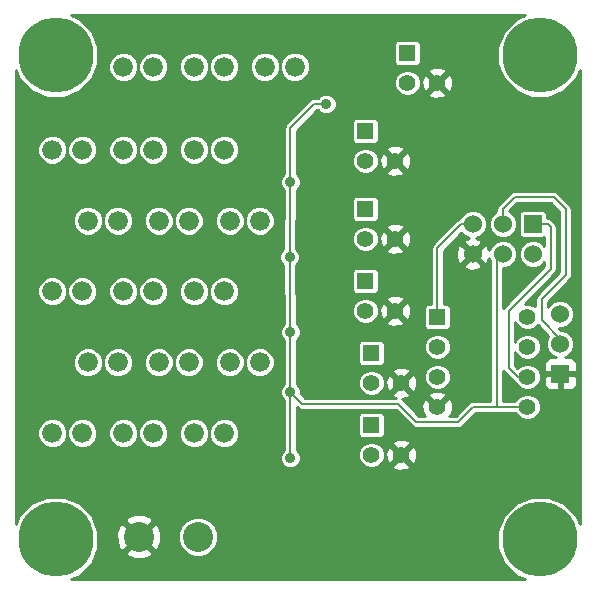
<source format=gbl>
G04 (created by PCBNEW (2013-05-31 BZR 4019)-stable) date 7/7/2013 10:44:35 AM*
%MOIN*%
G04 Gerber Fmt 3.4, Leading zero omitted, Abs format*
%FSLAX34Y34*%
G01*
G70*
G90*
G04 APERTURE LIST*
%ADD10C,0.00590551*%
%ADD11R,0.06X0.06*%
%ADD12C,0.06*%
%ADD13C,0.066*%
%ADD14C,0.1*%
%ADD15C,0.25*%
%ADD16R,0.055X0.055*%
%ADD17C,0.055*%
%ADD18C,0.035*%
%ADD19C,0.008*%
%ADD20C,0.01*%
G04 APERTURE END LIST*
G54D10*
G54D11*
X79423Y-43696D03*
G54D12*
X79423Y-42696D03*
X79423Y-41696D03*
G54D13*
X63673Y-38582D03*
X64673Y-38582D03*
X67216Y-40944D03*
X68216Y-40944D03*
X64854Y-40944D03*
X65854Y-40944D03*
X62492Y-40944D03*
X63492Y-40944D03*
X68397Y-38582D03*
X69397Y-38582D03*
X66035Y-38582D03*
X67035Y-38582D03*
X67216Y-36220D03*
X68216Y-36220D03*
X64854Y-36220D03*
X65854Y-36220D03*
X62492Y-36220D03*
X63492Y-36220D03*
X69578Y-33464D03*
X70578Y-33464D03*
X67216Y-33464D03*
X68216Y-33464D03*
X64854Y-33464D03*
X65854Y-33464D03*
G54D14*
X65375Y-49125D03*
X67343Y-49125D03*
G54D13*
X63673Y-43307D03*
X64673Y-43307D03*
X66035Y-43307D03*
X67035Y-43307D03*
X68397Y-43307D03*
X69397Y-43307D03*
X62492Y-45669D03*
X63492Y-45669D03*
X64854Y-45669D03*
X65854Y-45669D03*
X67216Y-45669D03*
X68216Y-45669D03*
G54D15*
X78740Y-49212D03*
X62598Y-49212D03*
X78740Y-33070D03*
X62598Y-33070D03*
G54D16*
X75323Y-41796D03*
G54D17*
X75323Y-42796D03*
X75323Y-43796D03*
X75323Y-44796D03*
X78323Y-44796D03*
X78323Y-43796D03*
X78323Y-42796D03*
X78323Y-41796D03*
G54D16*
X72923Y-40596D03*
G54D17*
X72923Y-41596D03*
X73923Y-41596D03*
G54D16*
X72923Y-38196D03*
G54D17*
X72923Y-39196D03*
X73923Y-39196D03*
G54D16*
X72923Y-35596D03*
G54D17*
X72923Y-36596D03*
X73923Y-36596D03*
G54D16*
X74323Y-32996D03*
G54D17*
X74323Y-33996D03*
X75323Y-33996D03*
G54D16*
X73123Y-42996D03*
G54D17*
X73123Y-43996D03*
X74123Y-43996D03*
G54D16*
X73123Y-45396D03*
G54D17*
X73123Y-46396D03*
X74123Y-46396D03*
G54D11*
X78500Y-38700D03*
G54D12*
X78500Y-39700D03*
X77500Y-38700D03*
X77500Y-39700D03*
X76500Y-38700D03*
X76500Y-39700D03*
G54D18*
X71623Y-34696D03*
X70423Y-37296D03*
X70400Y-39800D03*
X70423Y-42296D03*
X70423Y-46496D03*
X70423Y-44296D03*
X78823Y-46896D03*
X74823Y-48896D03*
X69823Y-47896D03*
G54D19*
X78323Y-43796D02*
X77996Y-43796D01*
X79000Y-38700D02*
X78500Y-38700D01*
X79100Y-38800D02*
X79000Y-38700D01*
X79100Y-40200D02*
X79100Y-38800D01*
X77700Y-41600D02*
X79100Y-40200D01*
X77700Y-43500D02*
X77700Y-41600D01*
X77996Y-43796D02*
X77700Y-43500D01*
X77300Y-44796D02*
X77300Y-39900D01*
X77300Y-39900D02*
X77500Y-39700D01*
X78323Y-44796D02*
X77300Y-44796D01*
X77300Y-44796D02*
X76523Y-44796D01*
X70823Y-44696D02*
X70423Y-44296D01*
X74023Y-44696D02*
X70823Y-44696D01*
X74623Y-45296D02*
X74023Y-44696D01*
X76023Y-45296D02*
X74623Y-45296D01*
X76523Y-44796D02*
X76023Y-45296D01*
X70423Y-37296D02*
X70423Y-35496D01*
X71223Y-34696D02*
X71623Y-34696D01*
X70423Y-35496D02*
X71223Y-34696D01*
X70400Y-39800D02*
X70423Y-37296D01*
X70423Y-42296D02*
X70400Y-39800D01*
X70423Y-42296D02*
X70423Y-44296D01*
X70423Y-44296D02*
X70423Y-46496D01*
X75323Y-41796D02*
X75323Y-39501D01*
X76125Y-38700D02*
X76500Y-38700D01*
X75323Y-39501D02*
X76125Y-38700D01*
X79423Y-42696D02*
X79423Y-42523D01*
X77500Y-38200D02*
X77500Y-38700D01*
X77900Y-37800D02*
X77500Y-38200D01*
X79200Y-37800D02*
X77900Y-37800D01*
X79600Y-38200D02*
X79200Y-37800D01*
X79600Y-40400D02*
X79600Y-38200D01*
X78800Y-41200D02*
X79600Y-40400D01*
X78800Y-41900D02*
X78800Y-41200D01*
X79423Y-42523D02*
X78800Y-41900D01*
G54D10*
G36*
X80069Y-48712D02*
X79973Y-48479D01*
X79973Y-44045D01*
X79973Y-43346D01*
X79935Y-43254D01*
X79865Y-43184D01*
X79773Y-43146D01*
X79674Y-43146D01*
X79565Y-43146D01*
X79689Y-43094D01*
X79821Y-42962D01*
X79893Y-42789D01*
X79893Y-42602D01*
X79822Y-42430D01*
X79690Y-42297D01*
X79517Y-42226D01*
X79423Y-42226D01*
X79362Y-42166D01*
X79516Y-42166D01*
X79689Y-42094D01*
X79821Y-41962D01*
X79893Y-41789D01*
X79893Y-41602D01*
X79822Y-41430D01*
X79690Y-41297D01*
X79517Y-41226D01*
X79330Y-41225D01*
X79157Y-41297D01*
X79025Y-41429D01*
X79010Y-41466D01*
X79010Y-41286D01*
X79748Y-40548D01*
X79748Y-40548D01*
X79748Y-40548D01*
X79794Y-40480D01*
X79794Y-40480D01*
X79806Y-40415D01*
X79810Y-40400D01*
X79809Y-40400D01*
X79810Y-40400D01*
X79810Y-38200D01*
X79809Y-38199D01*
X79810Y-38199D01*
X79806Y-38184D01*
X79794Y-38119D01*
X79794Y-38119D01*
X79748Y-38051D01*
X79748Y-38051D01*
X79348Y-37651D01*
X79280Y-37605D01*
X79200Y-37590D01*
X77900Y-37590D01*
X77899Y-37590D01*
X77884Y-37593D01*
X77819Y-37605D01*
X77751Y-37651D01*
X77751Y-37651D01*
X77351Y-38051D01*
X77305Y-38119D01*
X77290Y-38200D01*
X77290Y-38278D01*
X77234Y-38301D01*
X77101Y-38433D01*
X77030Y-38606D01*
X77029Y-38793D01*
X77101Y-38965D01*
X77233Y-39098D01*
X77406Y-39169D01*
X77593Y-39170D01*
X77765Y-39098D01*
X77898Y-38966D01*
X77969Y-38793D01*
X77970Y-38606D01*
X77898Y-38434D01*
X77766Y-38301D01*
X77716Y-38280D01*
X77986Y-38010D01*
X79113Y-38010D01*
X79390Y-38286D01*
X79390Y-40313D01*
X78651Y-41051D01*
X78605Y-41119D01*
X78590Y-41200D01*
X78590Y-41433D01*
X78576Y-41419D01*
X78412Y-41351D01*
X78245Y-41350D01*
X79248Y-40348D01*
X79248Y-40348D01*
X79248Y-40348D01*
X79275Y-40307D01*
X79294Y-40280D01*
X79294Y-40280D01*
X79310Y-40200D01*
X79310Y-38800D01*
X79294Y-38719D01*
X79294Y-38719D01*
X79248Y-38651D01*
X79148Y-38551D01*
X79080Y-38505D01*
X79000Y-38490D01*
X78970Y-38490D01*
X78970Y-38366D01*
X78944Y-38303D01*
X78896Y-38255D01*
X78833Y-38230D01*
X78766Y-38229D01*
X78166Y-38229D01*
X78103Y-38255D01*
X78055Y-38303D01*
X78030Y-38366D01*
X78029Y-38433D01*
X78029Y-39033D01*
X78055Y-39096D01*
X78103Y-39144D01*
X78166Y-39169D01*
X78233Y-39170D01*
X78833Y-39170D01*
X78890Y-39146D01*
X78890Y-39425D01*
X78766Y-39301D01*
X78593Y-39230D01*
X78406Y-39229D01*
X78234Y-39301D01*
X78101Y-39433D01*
X78030Y-39606D01*
X78029Y-39793D01*
X78101Y-39965D01*
X78233Y-40098D01*
X78406Y-40169D01*
X78593Y-40170D01*
X78765Y-40098D01*
X78890Y-39974D01*
X78890Y-40113D01*
X77551Y-41451D01*
X77510Y-41513D01*
X77510Y-40170D01*
X77593Y-40170D01*
X77765Y-40098D01*
X77898Y-39966D01*
X77969Y-39793D01*
X77970Y-39606D01*
X77898Y-39434D01*
X77766Y-39301D01*
X77593Y-39230D01*
X77406Y-39229D01*
X77234Y-39301D01*
X77101Y-39433D01*
X77044Y-39571D01*
X77043Y-39563D01*
X76981Y-39412D01*
X76970Y-39408D01*
X76970Y-38606D01*
X76898Y-38434D01*
X76766Y-38301D01*
X76593Y-38230D01*
X76406Y-38229D01*
X76234Y-38301D01*
X76101Y-38433D01*
X76074Y-38500D01*
X76044Y-38505D01*
X75976Y-38551D01*
X75976Y-38551D01*
X75853Y-38674D01*
X75853Y-34071D01*
X75842Y-33863D01*
X75784Y-33723D01*
X75691Y-33698D01*
X75620Y-33769D01*
X75620Y-33628D01*
X75596Y-33535D01*
X75399Y-33466D01*
X75190Y-33477D01*
X75050Y-33535D01*
X75026Y-33628D01*
X75323Y-33925D01*
X75620Y-33628D01*
X75620Y-33769D01*
X75394Y-33996D01*
X75691Y-34293D01*
X75784Y-34268D01*
X75853Y-34071D01*
X75853Y-38674D01*
X75620Y-38907D01*
X75620Y-34363D01*
X75323Y-34066D01*
X75252Y-34137D01*
X75252Y-33996D01*
X74955Y-33698D01*
X74863Y-33723D01*
X74793Y-33920D01*
X74805Y-34128D01*
X74863Y-34268D01*
X74955Y-34293D01*
X75252Y-33996D01*
X75252Y-34137D01*
X75026Y-34363D01*
X75050Y-34456D01*
X75247Y-34525D01*
X75456Y-34514D01*
X75596Y-34456D01*
X75620Y-34363D01*
X75620Y-38907D01*
X75175Y-39352D01*
X75129Y-39421D01*
X75113Y-39501D01*
X75113Y-41351D01*
X75014Y-41351D01*
X74952Y-41376D01*
X74904Y-41424D01*
X74878Y-41487D01*
X74878Y-41554D01*
X74878Y-42104D01*
X74904Y-42167D01*
X74952Y-42215D01*
X75014Y-42241D01*
X75082Y-42241D01*
X75632Y-42241D01*
X75694Y-42215D01*
X75742Y-42167D01*
X75768Y-42105D01*
X75768Y-42037D01*
X75768Y-41487D01*
X75742Y-41424D01*
X75695Y-41377D01*
X75632Y-41351D01*
X75564Y-41351D01*
X75533Y-41351D01*
X75533Y-39588D01*
X76128Y-38993D01*
X76233Y-39098D01*
X76371Y-39155D01*
X76363Y-39156D01*
X76212Y-39218D01*
X76184Y-39314D01*
X76500Y-39629D01*
X76815Y-39314D01*
X76787Y-39218D01*
X76620Y-39158D01*
X76765Y-39098D01*
X76898Y-38966D01*
X76969Y-38793D01*
X76970Y-38606D01*
X76970Y-39408D01*
X76885Y-39384D01*
X76570Y-39700D01*
X76885Y-40015D01*
X76981Y-39987D01*
X77041Y-39820D01*
X77090Y-39938D01*
X77090Y-44586D01*
X76815Y-44586D01*
X76815Y-40085D01*
X76500Y-39770D01*
X76429Y-39841D01*
X76429Y-39700D01*
X76114Y-39384D01*
X76018Y-39412D01*
X75945Y-39618D01*
X75956Y-39836D01*
X76018Y-39987D01*
X76114Y-40015D01*
X76429Y-39700D01*
X76429Y-39841D01*
X76184Y-40085D01*
X76212Y-40181D01*
X76418Y-40254D01*
X76636Y-40243D01*
X76787Y-40181D01*
X76815Y-40085D01*
X76815Y-44586D01*
X76523Y-44586D01*
X76443Y-44602D01*
X76375Y-44647D01*
X75936Y-45086D01*
X75718Y-45086D01*
X75784Y-45068D01*
X75853Y-44871D01*
X75842Y-44663D01*
X75784Y-44523D01*
X75768Y-44519D01*
X75768Y-43707D01*
X75768Y-42707D01*
X75701Y-42544D01*
X75576Y-42419D01*
X75412Y-42351D01*
X75235Y-42350D01*
X75071Y-42418D01*
X74946Y-42543D01*
X74878Y-42707D01*
X74878Y-42884D01*
X74946Y-43047D01*
X75071Y-43173D01*
X75234Y-43240D01*
X75411Y-43241D01*
X75575Y-43173D01*
X75700Y-43048D01*
X75768Y-42884D01*
X75768Y-42707D01*
X75768Y-43707D01*
X75701Y-43544D01*
X75576Y-43419D01*
X75412Y-43351D01*
X75235Y-43350D01*
X75071Y-43418D01*
X74946Y-43543D01*
X74878Y-43707D01*
X74878Y-43884D01*
X74946Y-44047D01*
X75071Y-44173D01*
X75234Y-44240D01*
X75411Y-44241D01*
X75575Y-44173D01*
X75700Y-44048D01*
X75768Y-43884D01*
X75768Y-43707D01*
X75768Y-44519D01*
X75691Y-44498D01*
X75620Y-44569D01*
X75620Y-44428D01*
X75596Y-44335D01*
X75399Y-44266D01*
X75190Y-44277D01*
X75050Y-44335D01*
X75026Y-44428D01*
X75323Y-44725D01*
X75620Y-44428D01*
X75620Y-44569D01*
X75394Y-44796D01*
X75399Y-44801D01*
X75329Y-44872D01*
X75323Y-44866D01*
X75318Y-44872D01*
X75247Y-44801D01*
X75252Y-44796D01*
X74955Y-44498D01*
X74863Y-44523D01*
X74793Y-44720D01*
X74805Y-44928D01*
X74863Y-45068D01*
X74928Y-45086D01*
X74768Y-45086D01*
X74768Y-33907D01*
X74768Y-33907D01*
X74768Y-33237D01*
X74768Y-32687D01*
X74742Y-32624D01*
X74695Y-32577D01*
X74632Y-32551D01*
X74564Y-32551D01*
X74014Y-32551D01*
X73952Y-32576D01*
X73904Y-32624D01*
X73878Y-32687D01*
X73878Y-32754D01*
X73878Y-33304D01*
X73904Y-33367D01*
X73952Y-33415D01*
X74014Y-33441D01*
X74082Y-33441D01*
X74632Y-33441D01*
X74694Y-33415D01*
X74742Y-33367D01*
X74768Y-33305D01*
X74768Y-33237D01*
X74768Y-33907D01*
X74701Y-33744D01*
X74576Y-33619D01*
X74412Y-33551D01*
X74235Y-33550D01*
X74071Y-33618D01*
X73946Y-33743D01*
X73878Y-33907D01*
X73878Y-34084D01*
X73946Y-34247D01*
X74071Y-34373D01*
X74234Y-34440D01*
X74411Y-34441D01*
X74575Y-34373D01*
X74700Y-34248D01*
X74768Y-34084D01*
X74768Y-33907D01*
X74768Y-45086D01*
X74710Y-45086D01*
X74653Y-45028D01*
X74653Y-44071D01*
X74642Y-43863D01*
X74584Y-43723D01*
X74491Y-43698D01*
X74453Y-43736D01*
X74453Y-41671D01*
X74453Y-39271D01*
X74453Y-36671D01*
X74442Y-36463D01*
X74384Y-36323D01*
X74291Y-36298D01*
X74220Y-36369D01*
X74220Y-36228D01*
X74196Y-36135D01*
X73999Y-36066D01*
X73790Y-36077D01*
X73650Y-36135D01*
X73626Y-36228D01*
X73923Y-36525D01*
X74220Y-36228D01*
X74220Y-36369D01*
X73994Y-36596D01*
X74291Y-36893D01*
X74384Y-36868D01*
X74453Y-36671D01*
X74453Y-39271D01*
X74442Y-39063D01*
X74384Y-38923D01*
X74291Y-38898D01*
X74220Y-38969D01*
X74220Y-38828D01*
X74220Y-36963D01*
X73923Y-36666D01*
X73852Y-36737D01*
X73852Y-36596D01*
X73555Y-36298D01*
X73463Y-36323D01*
X73393Y-36520D01*
X73405Y-36728D01*
X73463Y-36868D01*
X73555Y-36893D01*
X73852Y-36596D01*
X73852Y-36737D01*
X73626Y-36963D01*
X73650Y-37056D01*
X73847Y-37125D01*
X74056Y-37114D01*
X74196Y-37056D01*
X74220Y-36963D01*
X74220Y-38828D01*
X74196Y-38735D01*
X73999Y-38666D01*
X73790Y-38677D01*
X73650Y-38735D01*
X73626Y-38828D01*
X73923Y-39125D01*
X74220Y-38828D01*
X74220Y-38969D01*
X73994Y-39196D01*
X74291Y-39493D01*
X74384Y-39468D01*
X74453Y-39271D01*
X74453Y-41671D01*
X74442Y-41463D01*
X74384Y-41323D01*
X74291Y-41298D01*
X74220Y-41369D01*
X74220Y-41228D01*
X74220Y-39563D01*
X73923Y-39266D01*
X73852Y-39337D01*
X73852Y-39196D01*
X73555Y-38898D01*
X73463Y-38923D01*
X73393Y-39120D01*
X73405Y-39328D01*
X73463Y-39468D01*
X73555Y-39493D01*
X73852Y-39196D01*
X73852Y-39337D01*
X73626Y-39563D01*
X73650Y-39656D01*
X73847Y-39725D01*
X74056Y-39714D01*
X74196Y-39656D01*
X74220Y-39563D01*
X74220Y-41228D01*
X74196Y-41135D01*
X73999Y-41066D01*
X73790Y-41077D01*
X73650Y-41135D01*
X73626Y-41228D01*
X73923Y-41525D01*
X74220Y-41228D01*
X74220Y-41369D01*
X73994Y-41596D01*
X74291Y-41893D01*
X74384Y-41868D01*
X74453Y-41671D01*
X74453Y-43736D01*
X74420Y-43769D01*
X74420Y-43628D01*
X74396Y-43535D01*
X74220Y-43473D01*
X74220Y-41963D01*
X73923Y-41666D01*
X73852Y-41737D01*
X73852Y-41596D01*
X73555Y-41298D01*
X73463Y-41323D01*
X73393Y-41520D01*
X73405Y-41728D01*
X73463Y-41868D01*
X73555Y-41893D01*
X73852Y-41596D01*
X73852Y-41737D01*
X73626Y-41963D01*
X73650Y-42056D01*
X73847Y-42125D01*
X74056Y-42114D01*
X74196Y-42056D01*
X74220Y-41963D01*
X74220Y-43473D01*
X74199Y-43466D01*
X73990Y-43477D01*
X73850Y-43535D01*
X73826Y-43628D01*
X74123Y-43925D01*
X74420Y-43628D01*
X74420Y-43769D01*
X74194Y-43996D01*
X74491Y-44293D01*
X74584Y-44268D01*
X74653Y-44071D01*
X74653Y-45028D01*
X74172Y-44547D01*
X74132Y-44521D01*
X74256Y-44514D01*
X74396Y-44456D01*
X74420Y-44363D01*
X74123Y-44066D01*
X74052Y-44137D01*
X74052Y-43996D01*
X73755Y-43698D01*
X73663Y-43723D01*
X73593Y-43920D01*
X73605Y-44128D01*
X73663Y-44268D01*
X73755Y-44293D01*
X74052Y-43996D01*
X74052Y-44137D01*
X73826Y-44363D01*
X73850Y-44456D01*
X73934Y-44486D01*
X73568Y-44486D01*
X73568Y-43907D01*
X73568Y-43907D01*
X73568Y-43237D01*
X73568Y-42687D01*
X73542Y-42624D01*
X73495Y-42577D01*
X73432Y-42551D01*
X73368Y-42551D01*
X73368Y-41507D01*
X73368Y-39107D01*
X73368Y-36507D01*
X73368Y-36507D01*
X73368Y-35837D01*
X73368Y-35287D01*
X73342Y-35224D01*
X73295Y-35177D01*
X73232Y-35151D01*
X73164Y-35151D01*
X72614Y-35151D01*
X72552Y-35176D01*
X72504Y-35224D01*
X72478Y-35287D01*
X72478Y-35354D01*
X72478Y-35904D01*
X72504Y-35967D01*
X72552Y-36015D01*
X72614Y-36041D01*
X72682Y-36041D01*
X73232Y-36041D01*
X73294Y-36015D01*
X73342Y-35967D01*
X73368Y-35905D01*
X73368Y-35837D01*
X73368Y-36507D01*
X73301Y-36344D01*
X73176Y-36219D01*
X73012Y-36151D01*
X72835Y-36150D01*
X72671Y-36218D01*
X72546Y-36343D01*
X72478Y-36507D01*
X72478Y-36684D01*
X72546Y-36847D01*
X72671Y-36973D01*
X72834Y-37040D01*
X73011Y-37041D01*
X73175Y-36973D01*
X73300Y-36848D01*
X73368Y-36684D01*
X73368Y-36507D01*
X73368Y-39107D01*
X73368Y-39107D01*
X73368Y-38437D01*
X73368Y-37887D01*
X73342Y-37824D01*
X73295Y-37777D01*
X73232Y-37751D01*
X73164Y-37751D01*
X72614Y-37751D01*
X72552Y-37776D01*
X72504Y-37824D01*
X72478Y-37887D01*
X72478Y-37954D01*
X72478Y-38504D01*
X72504Y-38567D01*
X72552Y-38615D01*
X72614Y-38641D01*
X72682Y-38641D01*
X73232Y-38641D01*
X73294Y-38615D01*
X73342Y-38567D01*
X73368Y-38505D01*
X73368Y-38437D01*
X73368Y-39107D01*
X73301Y-38944D01*
X73176Y-38819D01*
X73012Y-38751D01*
X72835Y-38750D01*
X72671Y-38818D01*
X72546Y-38943D01*
X72478Y-39107D01*
X72478Y-39284D01*
X72546Y-39447D01*
X72671Y-39573D01*
X72834Y-39640D01*
X73011Y-39641D01*
X73175Y-39573D01*
X73300Y-39448D01*
X73368Y-39284D01*
X73368Y-39107D01*
X73368Y-41507D01*
X73368Y-41507D01*
X73368Y-40837D01*
X73368Y-40287D01*
X73342Y-40224D01*
X73295Y-40177D01*
X73232Y-40151D01*
X73164Y-40151D01*
X72614Y-40151D01*
X72552Y-40176D01*
X72504Y-40224D01*
X72478Y-40287D01*
X72478Y-40354D01*
X72478Y-40904D01*
X72504Y-40967D01*
X72552Y-41015D01*
X72614Y-41041D01*
X72682Y-41041D01*
X73232Y-41041D01*
X73294Y-41015D01*
X73342Y-40967D01*
X73368Y-40905D01*
X73368Y-40837D01*
X73368Y-41507D01*
X73301Y-41344D01*
X73176Y-41219D01*
X73012Y-41151D01*
X72835Y-41150D01*
X72671Y-41218D01*
X72546Y-41343D01*
X72478Y-41507D01*
X72478Y-41684D01*
X72546Y-41847D01*
X72671Y-41973D01*
X72834Y-42040D01*
X73011Y-42041D01*
X73175Y-41973D01*
X73300Y-41848D01*
X73368Y-41684D01*
X73368Y-41507D01*
X73368Y-42551D01*
X73364Y-42551D01*
X72814Y-42551D01*
X72752Y-42576D01*
X72704Y-42624D01*
X72678Y-42687D01*
X72678Y-42754D01*
X72678Y-43304D01*
X72704Y-43367D01*
X72752Y-43415D01*
X72814Y-43441D01*
X72882Y-43441D01*
X73432Y-43441D01*
X73494Y-43415D01*
X73542Y-43367D01*
X73568Y-43305D01*
X73568Y-43237D01*
X73568Y-43907D01*
X73501Y-43744D01*
X73376Y-43619D01*
X73212Y-43551D01*
X73035Y-43550D01*
X72871Y-43618D01*
X72746Y-43743D01*
X72678Y-43907D01*
X72678Y-44084D01*
X72746Y-44247D01*
X72871Y-44373D01*
X73034Y-44440D01*
X73211Y-44441D01*
X73375Y-44373D01*
X73500Y-44248D01*
X73568Y-44084D01*
X73568Y-43907D01*
X73568Y-44486D01*
X70910Y-44486D01*
X70768Y-44344D01*
X70768Y-44227D01*
X70716Y-44100D01*
X70633Y-44018D01*
X70633Y-42573D01*
X70715Y-42491D01*
X70768Y-42364D01*
X70768Y-42227D01*
X70716Y-42100D01*
X70629Y-42013D01*
X70612Y-40075D01*
X70692Y-39995D01*
X70744Y-39868D01*
X70745Y-39731D01*
X70692Y-39604D01*
X70612Y-39524D01*
X70629Y-37578D01*
X70715Y-37491D01*
X70768Y-37364D01*
X70768Y-37227D01*
X70716Y-37100D01*
X70633Y-37018D01*
X70633Y-35583D01*
X71310Y-34906D01*
X71345Y-34906D01*
X71427Y-34988D01*
X71554Y-35041D01*
X71691Y-35041D01*
X71818Y-34988D01*
X71915Y-34891D01*
X71968Y-34764D01*
X71968Y-34627D01*
X71916Y-34500D01*
X71819Y-34403D01*
X71692Y-34351D01*
X71555Y-34351D01*
X71428Y-34403D01*
X71345Y-34486D01*
X71223Y-34486D01*
X71223Y-34486D01*
X71207Y-34489D01*
X71143Y-34502D01*
X71078Y-34545D01*
X71078Y-33365D01*
X71002Y-33181D01*
X70862Y-33040D01*
X70678Y-32964D01*
X70479Y-32964D01*
X70295Y-33040D01*
X70155Y-33180D01*
X70078Y-33364D01*
X70078Y-33366D01*
X70078Y-33365D01*
X70002Y-33181D01*
X69862Y-33040D01*
X69678Y-32964D01*
X69479Y-32964D01*
X69295Y-33040D01*
X69155Y-33180D01*
X69078Y-33364D01*
X69078Y-33563D01*
X69154Y-33747D01*
X69295Y-33888D01*
X69478Y-33964D01*
X69677Y-33964D01*
X69861Y-33888D01*
X70002Y-33748D01*
X70078Y-33564D01*
X70078Y-33365D01*
X70078Y-33366D01*
X70078Y-33563D01*
X70154Y-33747D01*
X70295Y-33888D01*
X70478Y-33964D01*
X70677Y-33964D01*
X70861Y-33888D01*
X71002Y-33748D01*
X71078Y-33564D01*
X71078Y-33365D01*
X71078Y-34545D01*
X71075Y-34547D01*
X71075Y-34547D01*
X70275Y-35347D01*
X70229Y-35415D01*
X70213Y-35496D01*
X70213Y-37018D01*
X70131Y-37100D01*
X70078Y-37227D01*
X70078Y-37364D01*
X70130Y-37491D01*
X70209Y-37569D01*
X70192Y-39519D01*
X70107Y-39604D01*
X70055Y-39731D01*
X70054Y-39868D01*
X70107Y-39995D01*
X70192Y-40080D01*
X70209Y-42022D01*
X70131Y-42100D01*
X70078Y-42227D01*
X70078Y-42364D01*
X70130Y-42491D01*
X70213Y-42574D01*
X70213Y-44018D01*
X70131Y-44100D01*
X70078Y-44227D01*
X70078Y-44364D01*
X70130Y-44491D01*
X70213Y-44574D01*
X70213Y-46218D01*
X70131Y-46300D01*
X70078Y-46427D01*
X70078Y-46564D01*
X70130Y-46691D01*
X70227Y-46788D01*
X70354Y-46841D01*
X70491Y-46841D01*
X70618Y-46788D01*
X70715Y-46691D01*
X70768Y-46564D01*
X70768Y-46427D01*
X70716Y-46300D01*
X70633Y-46218D01*
X70633Y-44803D01*
X70675Y-44844D01*
X70675Y-44844D01*
X70743Y-44890D01*
X70743Y-44890D01*
X70807Y-44902D01*
X70823Y-44906D01*
X70823Y-44906D01*
X70823Y-44906D01*
X73936Y-44906D01*
X74475Y-45444D01*
X74475Y-45444D01*
X74515Y-45471D01*
X74543Y-45490D01*
X74543Y-45490D01*
X74623Y-45506D01*
X76023Y-45506D01*
X76103Y-45490D01*
X76172Y-45444D01*
X76610Y-45006D01*
X77300Y-45006D01*
X77928Y-45006D01*
X77946Y-45047D01*
X78071Y-45173D01*
X78234Y-45240D01*
X78411Y-45241D01*
X78575Y-45173D01*
X78700Y-45048D01*
X78768Y-44884D01*
X78768Y-44707D01*
X78701Y-44544D01*
X78576Y-44419D01*
X78412Y-44351D01*
X78235Y-44350D01*
X78071Y-44418D01*
X77946Y-44543D01*
X77928Y-44586D01*
X77510Y-44586D01*
X77510Y-43586D01*
X77551Y-43648D01*
X77847Y-43944D01*
X77847Y-43944D01*
X77915Y-43990D01*
X77915Y-43990D01*
X77922Y-43991D01*
X77946Y-44047D01*
X78071Y-44173D01*
X78234Y-44240D01*
X78411Y-44241D01*
X78575Y-44173D01*
X78700Y-44048D01*
X78768Y-43884D01*
X78768Y-43707D01*
X78701Y-43544D01*
X78576Y-43419D01*
X78412Y-43351D01*
X78235Y-43350D01*
X78071Y-43418D01*
X77993Y-43496D01*
X77910Y-43413D01*
X77910Y-42960D01*
X77946Y-43047D01*
X78071Y-43173D01*
X78234Y-43240D01*
X78411Y-43241D01*
X78575Y-43173D01*
X78700Y-43048D01*
X78768Y-42884D01*
X78768Y-42707D01*
X78701Y-42544D01*
X78576Y-42419D01*
X78412Y-42351D01*
X78235Y-42350D01*
X78071Y-42418D01*
X77946Y-42543D01*
X77910Y-42631D01*
X77910Y-41960D01*
X77946Y-42047D01*
X78071Y-42173D01*
X78234Y-42240D01*
X78411Y-42241D01*
X78575Y-42173D01*
X78676Y-42073D01*
X79028Y-42425D01*
X79025Y-42429D01*
X78953Y-42602D01*
X78953Y-42789D01*
X79024Y-42961D01*
X79157Y-43094D01*
X79281Y-43146D01*
X79173Y-43146D01*
X79073Y-43146D01*
X78981Y-43184D01*
X78911Y-43254D01*
X78873Y-43346D01*
X78873Y-43583D01*
X78936Y-43646D01*
X79373Y-43646D01*
X79373Y-43638D01*
X79473Y-43638D01*
X79473Y-43646D01*
X79911Y-43646D01*
X79973Y-43583D01*
X79973Y-43346D01*
X79973Y-44045D01*
X79973Y-43808D01*
X79911Y-43746D01*
X79473Y-43746D01*
X79473Y-44183D01*
X79536Y-44246D01*
X79674Y-44246D01*
X79773Y-44246D01*
X79865Y-44207D01*
X79935Y-44137D01*
X79973Y-44045D01*
X79973Y-48479D01*
X79944Y-48409D01*
X79545Y-48009D01*
X79373Y-47938D01*
X79373Y-44183D01*
X79373Y-43746D01*
X78936Y-43746D01*
X78873Y-43808D01*
X78873Y-44045D01*
X78911Y-44137D01*
X78981Y-44207D01*
X79073Y-44246D01*
X79173Y-44246D01*
X79311Y-44246D01*
X79373Y-44183D01*
X79373Y-47938D01*
X79023Y-47792D01*
X78458Y-47792D01*
X77936Y-48008D01*
X77537Y-48407D01*
X77320Y-48928D01*
X77319Y-49493D01*
X77535Y-50015D01*
X77934Y-50415D01*
X78239Y-50542D01*
X74653Y-50542D01*
X74653Y-46471D01*
X74642Y-46263D01*
X74584Y-46123D01*
X74491Y-46098D01*
X74420Y-46169D01*
X74420Y-46028D01*
X74396Y-45935D01*
X74199Y-45866D01*
X73990Y-45877D01*
X73850Y-45935D01*
X73826Y-46028D01*
X74123Y-46325D01*
X74420Y-46028D01*
X74420Y-46169D01*
X74194Y-46396D01*
X74491Y-46693D01*
X74584Y-46668D01*
X74653Y-46471D01*
X74653Y-50542D01*
X74420Y-50542D01*
X74420Y-46763D01*
X74123Y-46466D01*
X74052Y-46537D01*
X74052Y-46396D01*
X73755Y-46098D01*
X73663Y-46123D01*
X73593Y-46320D01*
X73605Y-46528D01*
X73663Y-46668D01*
X73755Y-46693D01*
X74052Y-46396D01*
X74052Y-46537D01*
X73826Y-46763D01*
X73850Y-46856D01*
X74047Y-46925D01*
X74256Y-46914D01*
X74396Y-46856D01*
X74420Y-46763D01*
X74420Y-50542D01*
X73568Y-50542D01*
X73568Y-46307D01*
X73568Y-46307D01*
X73568Y-45637D01*
X73568Y-45087D01*
X73542Y-45024D01*
X73495Y-44977D01*
X73432Y-44951D01*
X73364Y-44951D01*
X72814Y-44951D01*
X72752Y-44976D01*
X72704Y-45024D01*
X72678Y-45087D01*
X72678Y-45154D01*
X72678Y-45704D01*
X72704Y-45767D01*
X72752Y-45815D01*
X72814Y-45841D01*
X72882Y-45841D01*
X73432Y-45841D01*
X73494Y-45815D01*
X73542Y-45767D01*
X73568Y-45705D01*
X73568Y-45637D01*
X73568Y-46307D01*
X73501Y-46144D01*
X73376Y-46019D01*
X73212Y-45951D01*
X73035Y-45950D01*
X72871Y-46018D01*
X72746Y-46143D01*
X72678Y-46307D01*
X72678Y-46484D01*
X72746Y-46647D01*
X72871Y-46773D01*
X73034Y-46840D01*
X73211Y-46841D01*
X73375Y-46773D01*
X73500Y-46648D01*
X73568Y-46484D01*
X73568Y-46307D01*
X73568Y-50542D01*
X69897Y-50542D01*
X69897Y-43208D01*
X69897Y-38483D01*
X69821Y-38299D01*
X69681Y-38159D01*
X69497Y-38082D01*
X69298Y-38082D01*
X69114Y-38158D01*
X68974Y-38299D01*
X68897Y-38482D01*
X68897Y-38484D01*
X68897Y-38483D01*
X68821Y-38299D01*
X68716Y-38194D01*
X68716Y-36121D01*
X68716Y-33365D01*
X68640Y-33181D01*
X68500Y-33040D01*
X68316Y-32964D01*
X68117Y-32964D01*
X67933Y-33040D01*
X67792Y-33180D01*
X67716Y-33364D01*
X67716Y-33366D01*
X67716Y-33365D01*
X67640Y-33181D01*
X67500Y-33040D01*
X67316Y-32964D01*
X67117Y-32964D01*
X66933Y-33040D01*
X66792Y-33180D01*
X66716Y-33364D01*
X66716Y-33563D01*
X66792Y-33747D01*
X66932Y-33888D01*
X67116Y-33964D01*
X67315Y-33964D01*
X67499Y-33888D01*
X67640Y-33748D01*
X67716Y-33564D01*
X67716Y-33365D01*
X67716Y-33366D01*
X67716Y-33563D01*
X67792Y-33747D01*
X67932Y-33888D01*
X68116Y-33964D01*
X68315Y-33964D01*
X68499Y-33888D01*
X68640Y-33748D01*
X68716Y-33564D01*
X68716Y-33365D01*
X68716Y-36121D01*
X68640Y-35937D01*
X68500Y-35796D01*
X68316Y-35720D01*
X68117Y-35720D01*
X67933Y-35796D01*
X67792Y-35936D01*
X67716Y-36120D01*
X67716Y-36121D01*
X67716Y-36121D01*
X67640Y-35937D01*
X67500Y-35796D01*
X67316Y-35720D01*
X67117Y-35720D01*
X66933Y-35796D01*
X66792Y-35936D01*
X66716Y-36120D01*
X66716Y-36319D01*
X66792Y-36503D01*
X66932Y-36644D01*
X67116Y-36720D01*
X67315Y-36720D01*
X67499Y-36644D01*
X67640Y-36504D01*
X67716Y-36320D01*
X67716Y-36121D01*
X67716Y-36121D01*
X67716Y-36319D01*
X67792Y-36503D01*
X67932Y-36644D01*
X68116Y-36720D01*
X68315Y-36720D01*
X68499Y-36644D01*
X68640Y-36504D01*
X68716Y-36320D01*
X68716Y-36121D01*
X68716Y-38194D01*
X68681Y-38159D01*
X68497Y-38082D01*
X68298Y-38082D01*
X68114Y-38158D01*
X67974Y-38299D01*
X67897Y-38482D01*
X67897Y-38681D01*
X67973Y-38865D01*
X68114Y-39006D01*
X68297Y-39082D01*
X68496Y-39082D01*
X68680Y-39006D01*
X68821Y-38866D01*
X68897Y-38682D01*
X68897Y-38483D01*
X68897Y-38484D01*
X68897Y-38681D01*
X68973Y-38865D01*
X69114Y-39006D01*
X69297Y-39082D01*
X69496Y-39082D01*
X69680Y-39006D01*
X69821Y-38866D01*
X69897Y-38682D01*
X69897Y-38483D01*
X69897Y-43208D01*
X69821Y-43024D01*
X69681Y-42883D01*
X69497Y-42807D01*
X69298Y-42807D01*
X69114Y-42882D01*
X68974Y-43023D01*
X68897Y-43207D01*
X68897Y-43208D01*
X68897Y-43208D01*
X68821Y-43024D01*
X68716Y-42918D01*
X68716Y-40845D01*
X68640Y-40662D01*
X68500Y-40521D01*
X68316Y-40444D01*
X68117Y-40444D01*
X67933Y-40520D01*
X67792Y-40661D01*
X67716Y-40844D01*
X67716Y-40846D01*
X67716Y-40845D01*
X67640Y-40662D01*
X67535Y-40556D01*
X67535Y-38483D01*
X67459Y-38299D01*
X67319Y-38159D01*
X67135Y-38082D01*
X66936Y-38082D01*
X66752Y-38158D01*
X66611Y-38299D01*
X66535Y-38482D01*
X66535Y-38484D01*
X66535Y-38483D01*
X66459Y-38299D01*
X66354Y-38194D01*
X66354Y-36121D01*
X66354Y-33365D01*
X66278Y-33181D01*
X66137Y-33040D01*
X65954Y-32964D01*
X65755Y-32964D01*
X65571Y-33040D01*
X65430Y-33180D01*
X65354Y-33364D01*
X65354Y-33366D01*
X65354Y-33365D01*
X65278Y-33181D01*
X65137Y-33040D01*
X64954Y-32964D01*
X64755Y-32964D01*
X64571Y-33040D01*
X64430Y-33180D01*
X64354Y-33364D01*
X64354Y-33563D01*
X64430Y-33747D01*
X64570Y-33888D01*
X64754Y-33964D01*
X64953Y-33964D01*
X65137Y-33888D01*
X65277Y-33748D01*
X65354Y-33564D01*
X65354Y-33365D01*
X65354Y-33366D01*
X65354Y-33563D01*
X65430Y-33747D01*
X65570Y-33888D01*
X65754Y-33964D01*
X65953Y-33964D01*
X66137Y-33888D01*
X66277Y-33748D01*
X66354Y-33564D01*
X66354Y-33365D01*
X66354Y-36121D01*
X66278Y-35937D01*
X66137Y-35796D01*
X65954Y-35720D01*
X65755Y-35720D01*
X65571Y-35796D01*
X65430Y-35936D01*
X65354Y-36120D01*
X65354Y-36121D01*
X65354Y-36121D01*
X65278Y-35937D01*
X65137Y-35796D01*
X64954Y-35720D01*
X64755Y-35720D01*
X64571Y-35796D01*
X64430Y-35936D01*
X64354Y-36120D01*
X64354Y-36319D01*
X64430Y-36503D01*
X64570Y-36644D01*
X64754Y-36720D01*
X64953Y-36720D01*
X65137Y-36644D01*
X65277Y-36504D01*
X65354Y-36320D01*
X65354Y-36121D01*
X65354Y-36121D01*
X65354Y-36319D01*
X65430Y-36503D01*
X65570Y-36644D01*
X65754Y-36720D01*
X65953Y-36720D01*
X66137Y-36644D01*
X66277Y-36504D01*
X66354Y-36320D01*
X66354Y-36121D01*
X66354Y-38194D01*
X66319Y-38159D01*
X66135Y-38082D01*
X65936Y-38082D01*
X65752Y-38158D01*
X65611Y-38299D01*
X65535Y-38482D01*
X65535Y-38681D01*
X65611Y-38865D01*
X65751Y-39006D01*
X65935Y-39082D01*
X66134Y-39082D01*
X66318Y-39006D01*
X66459Y-38866D01*
X66535Y-38682D01*
X66535Y-38483D01*
X66535Y-38484D01*
X66535Y-38681D01*
X66611Y-38865D01*
X66751Y-39006D01*
X66935Y-39082D01*
X67134Y-39082D01*
X67318Y-39006D01*
X67459Y-38866D01*
X67535Y-38682D01*
X67535Y-38483D01*
X67535Y-40556D01*
X67500Y-40521D01*
X67316Y-40444D01*
X67117Y-40444D01*
X66933Y-40520D01*
X66792Y-40661D01*
X66716Y-40844D01*
X66716Y-41043D01*
X66792Y-41227D01*
X66932Y-41368D01*
X67116Y-41444D01*
X67315Y-41444D01*
X67499Y-41369D01*
X67640Y-41228D01*
X67716Y-41044D01*
X67716Y-40845D01*
X67716Y-40846D01*
X67716Y-41043D01*
X67792Y-41227D01*
X67932Y-41368D01*
X68116Y-41444D01*
X68315Y-41444D01*
X68499Y-41369D01*
X68640Y-41228D01*
X68716Y-41044D01*
X68716Y-40845D01*
X68716Y-42918D01*
X68681Y-42883D01*
X68497Y-42807D01*
X68298Y-42807D01*
X68114Y-42882D01*
X67974Y-43023D01*
X67897Y-43207D01*
X67897Y-43406D01*
X67973Y-43589D01*
X68114Y-43730D01*
X68297Y-43806D01*
X68496Y-43807D01*
X68680Y-43731D01*
X68821Y-43590D01*
X68897Y-43406D01*
X68897Y-43208D01*
X68897Y-43208D01*
X68897Y-43406D01*
X68973Y-43589D01*
X69114Y-43730D01*
X69297Y-43806D01*
X69496Y-43807D01*
X69680Y-43731D01*
X69821Y-43590D01*
X69897Y-43406D01*
X69897Y-43208D01*
X69897Y-50542D01*
X68716Y-50542D01*
X68716Y-45570D01*
X68640Y-45386D01*
X68500Y-45245D01*
X68316Y-45169D01*
X68117Y-45169D01*
X67933Y-45245D01*
X67792Y-45385D01*
X67716Y-45569D01*
X67716Y-45570D01*
X67716Y-45570D01*
X67640Y-45386D01*
X67535Y-45281D01*
X67535Y-43208D01*
X67459Y-43024D01*
X67319Y-42883D01*
X67135Y-42807D01*
X66936Y-42807D01*
X66752Y-42882D01*
X66611Y-43023D01*
X66535Y-43207D01*
X66535Y-43208D01*
X66535Y-43208D01*
X66459Y-43024D01*
X66354Y-42918D01*
X66354Y-40845D01*
X66278Y-40662D01*
X66137Y-40521D01*
X65954Y-40444D01*
X65755Y-40444D01*
X65571Y-40520D01*
X65430Y-40661D01*
X65354Y-40844D01*
X65354Y-40846D01*
X65354Y-40845D01*
X65278Y-40662D01*
X65173Y-40556D01*
X65173Y-38483D01*
X65097Y-38299D01*
X64956Y-38159D01*
X64773Y-38082D01*
X64574Y-38082D01*
X64390Y-38158D01*
X64249Y-38299D01*
X64173Y-38482D01*
X64173Y-38484D01*
X64173Y-38483D01*
X64097Y-38299D01*
X63992Y-38194D01*
X63992Y-36121D01*
X63916Y-35937D01*
X63775Y-35796D01*
X63592Y-35720D01*
X63393Y-35720D01*
X63209Y-35796D01*
X63068Y-35936D01*
X62992Y-36120D01*
X62992Y-36121D01*
X62992Y-36121D01*
X62916Y-35937D01*
X62775Y-35796D01*
X62592Y-35720D01*
X62393Y-35720D01*
X62209Y-35796D01*
X62068Y-35936D01*
X61992Y-36120D01*
X61992Y-36319D01*
X62067Y-36503D01*
X62208Y-36644D01*
X62392Y-36720D01*
X62591Y-36720D01*
X62774Y-36644D01*
X62915Y-36504D01*
X62992Y-36320D01*
X62992Y-36121D01*
X62992Y-36121D01*
X62992Y-36319D01*
X63067Y-36503D01*
X63208Y-36644D01*
X63392Y-36720D01*
X63591Y-36720D01*
X63774Y-36644D01*
X63915Y-36504D01*
X63992Y-36320D01*
X63992Y-36121D01*
X63992Y-38194D01*
X63956Y-38159D01*
X63773Y-38082D01*
X63574Y-38082D01*
X63390Y-38158D01*
X63249Y-38299D01*
X63173Y-38482D01*
X63173Y-38681D01*
X63249Y-38865D01*
X63389Y-39006D01*
X63573Y-39082D01*
X63772Y-39082D01*
X63956Y-39006D01*
X64096Y-38866D01*
X64173Y-38682D01*
X64173Y-38483D01*
X64173Y-38484D01*
X64173Y-38681D01*
X64249Y-38865D01*
X64389Y-39006D01*
X64573Y-39082D01*
X64772Y-39082D01*
X64956Y-39006D01*
X65096Y-38866D01*
X65173Y-38682D01*
X65173Y-38483D01*
X65173Y-40556D01*
X65137Y-40521D01*
X64954Y-40444D01*
X64755Y-40444D01*
X64571Y-40520D01*
X64430Y-40661D01*
X64354Y-40844D01*
X64354Y-41043D01*
X64430Y-41227D01*
X64570Y-41368D01*
X64754Y-41444D01*
X64953Y-41444D01*
X65137Y-41369D01*
X65277Y-41228D01*
X65354Y-41044D01*
X65354Y-40845D01*
X65354Y-40846D01*
X65354Y-41043D01*
X65430Y-41227D01*
X65570Y-41368D01*
X65754Y-41444D01*
X65953Y-41444D01*
X66137Y-41369D01*
X66277Y-41228D01*
X66354Y-41044D01*
X66354Y-40845D01*
X66354Y-42918D01*
X66319Y-42883D01*
X66135Y-42807D01*
X65936Y-42807D01*
X65752Y-42882D01*
X65611Y-43023D01*
X65535Y-43207D01*
X65535Y-43406D01*
X65611Y-43589D01*
X65751Y-43730D01*
X65935Y-43806D01*
X66134Y-43807D01*
X66318Y-43731D01*
X66459Y-43590D01*
X66535Y-43406D01*
X66535Y-43208D01*
X66535Y-43208D01*
X66535Y-43406D01*
X66611Y-43589D01*
X66751Y-43730D01*
X66935Y-43806D01*
X67134Y-43807D01*
X67318Y-43731D01*
X67459Y-43590D01*
X67535Y-43406D01*
X67535Y-43208D01*
X67535Y-45281D01*
X67500Y-45245D01*
X67316Y-45169D01*
X67117Y-45169D01*
X66933Y-45245D01*
X66792Y-45385D01*
X66716Y-45569D01*
X66716Y-45768D01*
X66792Y-45952D01*
X66932Y-46092D01*
X67116Y-46169D01*
X67315Y-46169D01*
X67499Y-46093D01*
X67640Y-45952D01*
X67716Y-45769D01*
X67716Y-45570D01*
X67716Y-45570D01*
X67716Y-45768D01*
X67792Y-45952D01*
X67932Y-46092D01*
X68116Y-46169D01*
X68315Y-46169D01*
X68499Y-46093D01*
X68640Y-45952D01*
X68716Y-45769D01*
X68716Y-45570D01*
X68716Y-50542D01*
X68013Y-50542D01*
X68013Y-48992D01*
X67911Y-48745D01*
X67723Y-48557D01*
X67477Y-48455D01*
X67210Y-48454D01*
X66964Y-48556D01*
X66775Y-48744D01*
X66673Y-48991D01*
X66673Y-49257D01*
X66775Y-49504D01*
X66963Y-49692D01*
X67209Y-49794D01*
X67476Y-49795D01*
X67722Y-49693D01*
X67911Y-49505D01*
X68013Y-49258D01*
X68013Y-48992D01*
X68013Y-50542D01*
X66354Y-50542D01*
X66354Y-45570D01*
X66278Y-45386D01*
X66137Y-45245D01*
X65954Y-45169D01*
X65755Y-45169D01*
X65571Y-45245D01*
X65430Y-45385D01*
X65354Y-45569D01*
X65354Y-45570D01*
X65354Y-45570D01*
X65278Y-45386D01*
X65173Y-45281D01*
X65173Y-43208D01*
X65097Y-43024D01*
X64956Y-42883D01*
X64773Y-42807D01*
X64574Y-42807D01*
X64390Y-42882D01*
X64249Y-43023D01*
X64173Y-43207D01*
X64173Y-43208D01*
X64173Y-43208D01*
X64097Y-43024D01*
X63992Y-42918D01*
X63992Y-40845D01*
X63916Y-40662D01*
X63775Y-40521D01*
X63592Y-40444D01*
X63393Y-40444D01*
X63209Y-40520D01*
X63068Y-40661D01*
X62992Y-40844D01*
X62992Y-40846D01*
X62992Y-40845D01*
X62916Y-40662D01*
X62775Y-40521D01*
X62592Y-40444D01*
X62393Y-40444D01*
X62209Y-40520D01*
X62068Y-40661D01*
X61992Y-40844D01*
X61992Y-41043D01*
X62067Y-41227D01*
X62208Y-41368D01*
X62392Y-41444D01*
X62591Y-41444D01*
X62774Y-41369D01*
X62915Y-41228D01*
X62992Y-41044D01*
X62992Y-40845D01*
X62992Y-40846D01*
X62992Y-41043D01*
X63067Y-41227D01*
X63208Y-41368D01*
X63392Y-41444D01*
X63591Y-41444D01*
X63774Y-41369D01*
X63915Y-41228D01*
X63992Y-41044D01*
X63992Y-40845D01*
X63992Y-42918D01*
X63956Y-42883D01*
X63773Y-42807D01*
X63574Y-42807D01*
X63390Y-42882D01*
X63249Y-43023D01*
X63173Y-43207D01*
X63173Y-43406D01*
X63249Y-43589D01*
X63389Y-43730D01*
X63573Y-43806D01*
X63772Y-43807D01*
X63956Y-43731D01*
X64096Y-43590D01*
X64173Y-43406D01*
X64173Y-43208D01*
X64173Y-43208D01*
X64173Y-43406D01*
X64249Y-43589D01*
X64389Y-43730D01*
X64573Y-43806D01*
X64772Y-43807D01*
X64956Y-43731D01*
X65096Y-43590D01*
X65173Y-43406D01*
X65173Y-43208D01*
X65173Y-45281D01*
X65137Y-45245D01*
X64954Y-45169D01*
X64755Y-45169D01*
X64571Y-45245D01*
X64430Y-45385D01*
X64354Y-45569D01*
X64354Y-45768D01*
X64430Y-45952D01*
X64570Y-46092D01*
X64754Y-46169D01*
X64953Y-46169D01*
X65137Y-46093D01*
X65277Y-45952D01*
X65354Y-45769D01*
X65354Y-45570D01*
X65354Y-45570D01*
X65354Y-45768D01*
X65430Y-45952D01*
X65570Y-46092D01*
X65754Y-46169D01*
X65953Y-46169D01*
X66137Y-46093D01*
X66277Y-45952D01*
X66354Y-45769D01*
X66354Y-45570D01*
X66354Y-50542D01*
X66128Y-50542D01*
X66128Y-49254D01*
X66120Y-48956D01*
X66021Y-48716D01*
X65905Y-48665D01*
X65834Y-48735D01*
X65834Y-48594D01*
X65783Y-48478D01*
X65504Y-48371D01*
X65206Y-48379D01*
X64966Y-48478D01*
X64915Y-48594D01*
X65375Y-49054D01*
X65834Y-48594D01*
X65834Y-48735D01*
X65445Y-49125D01*
X65905Y-49584D01*
X66021Y-49533D01*
X66128Y-49254D01*
X66128Y-50542D01*
X65834Y-50542D01*
X65834Y-49655D01*
X65375Y-49195D01*
X65304Y-49266D01*
X65304Y-49125D01*
X64844Y-48665D01*
X64728Y-48716D01*
X64621Y-48995D01*
X64629Y-49293D01*
X64728Y-49533D01*
X64844Y-49584D01*
X65304Y-49125D01*
X65304Y-49266D01*
X64915Y-49655D01*
X64966Y-49771D01*
X65245Y-49878D01*
X65543Y-49870D01*
X65783Y-49771D01*
X65834Y-49655D01*
X65834Y-50542D01*
X63098Y-50542D01*
X63401Y-50417D01*
X63801Y-50018D01*
X64018Y-49496D01*
X64018Y-48931D01*
X63992Y-48867D01*
X63992Y-45570D01*
X63916Y-45386D01*
X63775Y-45245D01*
X63592Y-45169D01*
X63393Y-45169D01*
X63209Y-45245D01*
X63068Y-45385D01*
X62992Y-45569D01*
X62992Y-45570D01*
X62992Y-45570D01*
X62916Y-45386D01*
X62775Y-45245D01*
X62592Y-45169D01*
X62393Y-45169D01*
X62209Y-45245D01*
X62068Y-45385D01*
X61992Y-45569D01*
X61992Y-45768D01*
X62067Y-45952D01*
X62208Y-46092D01*
X62392Y-46169D01*
X62591Y-46169D01*
X62774Y-46093D01*
X62915Y-45952D01*
X62992Y-45769D01*
X62992Y-45570D01*
X62992Y-45570D01*
X62992Y-45768D01*
X63067Y-45952D01*
X63208Y-46092D01*
X63392Y-46169D01*
X63591Y-46169D01*
X63774Y-46093D01*
X63915Y-45952D01*
X63992Y-45769D01*
X63992Y-45570D01*
X63992Y-48867D01*
X63802Y-48409D01*
X63403Y-48009D01*
X62882Y-47792D01*
X62317Y-47792D01*
X61795Y-48008D01*
X61395Y-48407D01*
X61268Y-48712D01*
X61268Y-33570D01*
X61393Y-33874D01*
X61793Y-34273D01*
X62314Y-34490D01*
X62879Y-34491D01*
X63401Y-34275D01*
X63801Y-33876D01*
X64018Y-33354D01*
X64018Y-32789D01*
X63802Y-32267D01*
X63403Y-31867D01*
X63098Y-31741D01*
X78240Y-31741D01*
X77936Y-31866D01*
X77537Y-32265D01*
X77320Y-32787D01*
X77319Y-33352D01*
X77535Y-33874D01*
X77934Y-34273D01*
X78456Y-34490D01*
X79021Y-34491D01*
X79543Y-34275D01*
X79943Y-33876D01*
X80069Y-33571D01*
X80069Y-48712D01*
X80069Y-48712D01*
G37*
G54D20*
X80069Y-48712D02*
X79973Y-48479D01*
X79973Y-44045D01*
X79973Y-43346D01*
X79935Y-43254D01*
X79865Y-43184D01*
X79773Y-43146D01*
X79674Y-43146D01*
X79565Y-43146D01*
X79689Y-43094D01*
X79821Y-42962D01*
X79893Y-42789D01*
X79893Y-42602D01*
X79822Y-42430D01*
X79690Y-42297D01*
X79517Y-42226D01*
X79423Y-42226D01*
X79362Y-42166D01*
X79516Y-42166D01*
X79689Y-42094D01*
X79821Y-41962D01*
X79893Y-41789D01*
X79893Y-41602D01*
X79822Y-41430D01*
X79690Y-41297D01*
X79517Y-41226D01*
X79330Y-41225D01*
X79157Y-41297D01*
X79025Y-41429D01*
X79010Y-41466D01*
X79010Y-41286D01*
X79748Y-40548D01*
X79748Y-40548D01*
X79748Y-40548D01*
X79794Y-40480D01*
X79794Y-40480D01*
X79806Y-40415D01*
X79810Y-40400D01*
X79809Y-40400D01*
X79810Y-40400D01*
X79810Y-38200D01*
X79809Y-38199D01*
X79810Y-38199D01*
X79806Y-38184D01*
X79794Y-38119D01*
X79794Y-38119D01*
X79748Y-38051D01*
X79748Y-38051D01*
X79348Y-37651D01*
X79280Y-37605D01*
X79200Y-37590D01*
X77900Y-37590D01*
X77899Y-37590D01*
X77884Y-37593D01*
X77819Y-37605D01*
X77751Y-37651D01*
X77751Y-37651D01*
X77351Y-38051D01*
X77305Y-38119D01*
X77290Y-38200D01*
X77290Y-38278D01*
X77234Y-38301D01*
X77101Y-38433D01*
X77030Y-38606D01*
X77029Y-38793D01*
X77101Y-38965D01*
X77233Y-39098D01*
X77406Y-39169D01*
X77593Y-39170D01*
X77765Y-39098D01*
X77898Y-38966D01*
X77969Y-38793D01*
X77970Y-38606D01*
X77898Y-38434D01*
X77766Y-38301D01*
X77716Y-38280D01*
X77986Y-38010D01*
X79113Y-38010D01*
X79390Y-38286D01*
X79390Y-40313D01*
X78651Y-41051D01*
X78605Y-41119D01*
X78590Y-41200D01*
X78590Y-41433D01*
X78576Y-41419D01*
X78412Y-41351D01*
X78245Y-41350D01*
X79248Y-40348D01*
X79248Y-40348D01*
X79248Y-40348D01*
X79275Y-40307D01*
X79294Y-40280D01*
X79294Y-40280D01*
X79310Y-40200D01*
X79310Y-38800D01*
X79294Y-38719D01*
X79294Y-38719D01*
X79248Y-38651D01*
X79148Y-38551D01*
X79080Y-38505D01*
X79000Y-38490D01*
X78970Y-38490D01*
X78970Y-38366D01*
X78944Y-38303D01*
X78896Y-38255D01*
X78833Y-38230D01*
X78766Y-38229D01*
X78166Y-38229D01*
X78103Y-38255D01*
X78055Y-38303D01*
X78030Y-38366D01*
X78029Y-38433D01*
X78029Y-39033D01*
X78055Y-39096D01*
X78103Y-39144D01*
X78166Y-39169D01*
X78233Y-39170D01*
X78833Y-39170D01*
X78890Y-39146D01*
X78890Y-39425D01*
X78766Y-39301D01*
X78593Y-39230D01*
X78406Y-39229D01*
X78234Y-39301D01*
X78101Y-39433D01*
X78030Y-39606D01*
X78029Y-39793D01*
X78101Y-39965D01*
X78233Y-40098D01*
X78406Y-40169D01*
X78593Y-40170D01*
X78765Y-40098D01*
X78890Y-39974D01*
X78890Y-40113D01*
X77551Y-41451D01*
X77510Y-41513D01*
X77510Y-40170D01*
X77593Y-40170D01*
X77765Y-40098D01*
X77898Y-39966D01*
X77969Y-39793D01*
X77970Y-39606D01*
X77898Y-39434D01*
X77766Y-39301D01*
X77593Y-39230D01*
X77406Y-39229D01*
X77234Y-39301D01*
X77101Y-39433D01*
X77044Y-39571D01*
X77043Y-39563D01*
X76981Y-39412D01*
X76970Y-39408D01*
X76970Y-38606D01*
X76898Y-38434D01*
X76766Y-38301D01*
X76593Y-38230D01*
X76406Y-38229D01*
X76234Y-38301D01*
X76101Y-38433D01*
X76074Y-38500D01*
X76044Y-38505D01*
X75976Y-38551D01*
X75976Y-38551D01*
X75853Y-38674D01*
X75853Y-34071D01*
X75842Y-33863D01*
X75784Y-33723D01*
X75691Y-33698D01*
X75620Y-33769D01*
X75620Y-33628D01*
X75596Y-33535D01*
X75399Y-33466D01*
X75190Y-33477D01*
X75050Y-33535D01*
X75026Y-33628D01*
X75323Y-33925D01*
X75620Y-33628D01*
X75620Y-33769D01*
X75394Y-33996D01*
X75691Y-34293D01*
X75784Y-34268D01*
X75853Y-34071D01*
X75853Y-38674D01*
X75620Y-38907D01*
X75620Y-34363D01*
X75323Y-34066D01*
X75252Y-34137D01*
X75252Y-33996D01*
X74955Y-33698D01*
X74863Y-33723D01*
X74793Y-33920D01*
X74805Y-34128D01*
X74863Y-34268D01*
X74955Y-34293D01*
X75252Y-33996D01*
X75252Y-34137D01*
X75026Y-34363D01*
X75050Y-34456D01*
X75247Y-34525D01*
X75456Y-34514D01*
X75596Y-34456D01*
X75620Y-34363D01*
X75620Y-38907D01*
X75175Y-39352D01*
X75129Y-39421D01*
X75113Y-39501D01*
X75113Y-41351D01*
X75014Y-41351D01*
X74952Y-41376D01*
X74904Y-41424D01*
X74878Y-41487D01*
X74878Y-41554D01*
X74878Y-42104D01*
X74904Y-42167D01*
X74952Y-42215D01*
X75014Y-42241D01*
X75082Y-42241D01*
X75632Y-42241D01*
X75694Y-42215D01*
X75742Y-42167D01*
X75768Y-42105D01*
X75768Y-42037D01*
X75768Y-41487D01*
X75742Y-41424D01*
X75695Y-41377D01*
X75632Y-41351D01*
X75564Y-41351D01*
X75533Y-41351D01*
X75533Y-39588D01*
X76128Y-38993D01*
X76233Y-39098D01*
X76371Y-39155D01*
X76363Y-39156D01*
X76212Y-39218D01*
X76184Y-39314D01*
X76500Y-39629D01*
X76815Y-39314D01*
X76787Y-39218D01*
X76620Y-39158D01*
X76765Y-39098D01*
X76898Y-38966D01*
X76969Y-38793D01*
X76970Y-38606D01*
X76970Y-39408D01*
X76885Y-39384D01*
X76570Y-39700D01*
X76885Y-40015D01*
X76981Y-39987D01*
X77041Y-39820D01*
X77090Y-39938D01*
X77090Y-44586D01*
X76815Y-44586D01*
X76815Y-40085D01*
X76500Y-39770D01*
X76429Y-39841D01*
X76429Y-39700D01*
X76114Y-39384D01*
X76018Y-39412D01*
X75945Y-39618D01*
X75956Y-39836D01*
X76018Y-39987D01*
X76114Y-40015D01*
X76429Y-39700D01*
X76429Y-39841D01*
X76184Y-40085D01*
X76212Y-40181D01*
X76418Y-40254D01*
X76636Y-40243D01*
X76787Y-40181D01*
X76815Y-40085D01*
X76815Y-44586D01*
X76523Y-44586D01*
X76443Y-44602D01*
X76375Y-44647D01*
X75936Y-45086D01*
X75718Y-45086D01*
X75784Y-45068D01*
X75853Y-44871D01*
X75842Y-44663D01*
X75784Y-44523D01*
X75768Y-44519D01*
X75768Y-43707D01*
X75768Y-42707D01*
X75701Y-42544D01*
X75576Y-42419D01*
X75412Y-42351D01*
X75235Y-42350D01*
X75071Y-42418D01*
X74946Y-42543D01*
X74878Y-42707D01*
X74878Y-42884D01*
X74946Y-43047D01*
X75071Y-43173D01*
X75234Y-43240D01*
X75411Y-43241D01*
X75575Y-43173D01*
X75700Y-43048D01*
X75768Y-42884D01*
X75768Y-42707D01*
X75768Y-43707D01*
X75701Y-43544D01*
X75576Y-43419D01*
X75412Y-43351D01*
X75235Y-43350D01*
X75071Y-43418D01*
X74946Y-43543D01*
X74878Y-43707D01*
X74878Y-43884D01*
X74946Y-44047D01*
X75071Y-44173D01*
X75234Y-44240D01*
X75411Y-44241D01*
X75575Y-44173D01*
X75700Y-44048D01*
X75768Y-43884D01*
X75768Y-43707D01*
X75768Y-44519D01*
X75691Y-44498D01*
X75620Y-44569D01*
X75620Y-44428D01*
X75596Y-44335D01*
X75399Y-44266D01*
X75190Y-44277D01*
X75050Y-44335D01*
X75026Y-44428D01*
X75323Y-44725D01*
X75620Y-44428D01*
X75620Y-44569D01*
X75394Y-44796D01*
X75399Y-44801D01*
X75329Y-44872D01*
X75323Y-44866D01*
X75318Y-44872D01*
X75247Y-44801D01*
X75252Y-44796D01*
X74955Y-44498D01*
X74863Y-44523D01*
X74793Y-44720D01*
X74805Y-44928D01*
X74863Y-45068D01*
X74928Y-45086D01*
X74768Y-45086D01*
X74768Y-33907D01*
X74768Y-33907D01*
X74768Y-33237D01*
X74768Y-32687D01*
X74742Y-32624D01*
X74695Y-32577D01*
X74632Y-32551D01*
X74564Y-32551D01*
X74014Y-32551D01*
X73952Y-32576D01*
X73904Y-32624D01*
X73878Y-32687D01*
X73878Y-32754D01*
X73878Y-33304D01*
X73904Y-33367D01*
X73952Y-33415D01*
X74014Y-33441D01*
X74082Y-33441D01*
X74632Y-33441D01*
X74694Y-33415D01*
X74742Y-33367D01*
X74768Y-33305D01*
X74768Y-33237D01*
X74768Y-33907D01*
X74701Y-33744D01*
X74576Y-33619D01*
X74412Y-33551D01*
X74235Y-33550D01*
X74071Y-33618D01*
X73946Y-33743D01*
X73878Y-33907D01*
X73878Y-34084D01*
X73946Y-34247D01*
X74071Y-34373D01*
X74234Y-34440D01*
X74411Y-34441D01*
X74575Y-34373D01*
X74700Y-34248D01*
X74768Y-34084D01*
X74768Y-33907D01*
X74768Y-45086D01*
X74710Y-45086D01*
X74653Y-45028D01*
X74653Y-44071D01*
X74642Y-43863D01*
X74584Y-43723D01*
X74491Y-43698D01*
X74453Y-43736D01*
X74453Y-41671D01*
X74453Y-39271D01*
X74453Y-36671D01*
X74442Y-36463D01*
X74384Y-36323D01*
X74291Y-36298D01*
X74220Y-36369D01*
X74220Y-36228D01*
X74196Y-36135D01*
X73999Y-36066D01*
X73790Y-36077D01*
X73650Y-36135D01*
X73626Y-36228D01*
X73923Y-36525D01*
X74220Y-36228D01*
X74220Y-36369D01*
X73994Y-36596D01*
X74291Y-36893D01*
X74384Y-36868D01*
X74453Y-36671D01*
X74453Y-39271D01*
X74442Y-39063D01*
X74384Y-38923D01*
X74291Y-38898D01*
X74220Y-38969D01*
X74220Y-38828D01*
X74220Y-36963D01*
X73923Y-36666D01*
X73852Y-36737D01*
X73852Y-36596D01*
X73555Y-36298D01*
X73463Y-36323D01*
X73393Y-36520D01*
X73405Y-36728D01*
X73463Y-36868D01*
X73555Y-36893D01*
X73852Y-36596D01*
X73852Y-36737D01*
X73626Y-36963D01*
X73650Y-37056D01*
X73847Y-37125D01*
X74056Y-37114D01*
X74196Y-37056D01*
X74220Y-36963D01*
X74220Y-38828D01*
X74196Y-38735D01*
X73999Y-38666D01*
X73790Y-38677D01*
X73650Y-38735D01*
X73626Y-38828D01*
X73923Y-39125D01*
X74220Y-38828D01*
X74220Y-38969D01*
X73994Y-39196D01*
X74291Y-39493D01*
X74384Y-39468D01*
X74453Y-39271D01*
X74453Y-41671D01*
X74442Y-41463D01*
X74384Y-41323D01*
X74291Y-41298D01*
X74220Y-41369D01*
X74220Y-41228D01*
X74220Y-39563D01*
X73923Y-39266D01*
X73852Y-39337D01*
X73852Y-39196D01*
X73555Y-38898D01*
X73463Y-38923D01*
X73393Y-39120D01*
X73405Y-39328D01*
X73463Y-39468D01*
X73555Y-39493D01*
X73852Y-39196D01*
X73852Y-39337D01*
X73626Y-39563D01*
X73650Y-39656D01*
X73847Y-39725D01*
X74056Y-39714D01*
X74196Y-39656D01*
X74220Y-39563D01*
X74220Y-41228D01*
X74196Y-41135D01*
X73999Y-41066D01*
X73790Y-41077D01*
X73650Y-41135D01*
X73626Y-41228D01*
X73923Y-41525D01*
X74220Y-41228D01*
X74220Y-41369D01*
X73994Y-41596D01*
X74291Y-41893D01*
X74384Y-41868D01*
X74453Y-41671D01*
X74453Y-43736D01*
X74420Y-43769D01*
X74420Y-43628D01*
X74396Y-43535D01*
X74220Y-43473D01*
X74220Y-41963D01*
X73923Y-41666D01*
X73852Y-41737D01*
X73852Y-41596D01*
X73555Y-41298D01*
X73463Y-41323D01*
X73393Y-41520D01*
X73405Y-41728D01*
X73463Y-41868D01*
X73555Y-41893D01*
X73852Y-41596D01*
X73852Y-41737D01*
X73626Y-41963D01*
X73650Y-42056D01*
X73847Y-42125D01*
X74056Y-42114D01*
X74196Y-42056D01*
X74220Y-41963D01*
X74220Y-43473D01*
X74199Y-43466D01*
X73990Y-43477D01*
X73850Y-43535D01*
X73826Y-43628D01*
X74123Y-43925D01*
X74420Y-43628D01*
X74420Y-43769D01*
X74194Y-43996D01*
X74491Y-44293D01*
X74584Y-44268D01*
X74653Y-44071D01*
X74653Y-45028D01*
X74172Y-44547D01*
X74132Y-44521D01*
X74256Y-44514D01*
X74396Y-44456D01*
X74420Y-44363D01*
X74123Y-44066D01*
X74052Y-44137D01*
X74052Y-43996D01*
X73755Y-43698D01*
X73663Y-43723D01*
X73593Y-43920D01*
X73605Y-44128D01*
X73663Y-44268D01*
X73755Y-44293D01*
X74052Y-43996D01*
X74052Y-44137D01*
X73826Y-44363D01*
X73850Y-44456D01*
X73934Y-44486D01*
X73568Y-44486D01*
X73568Y-43907D01*
X73568Y-43907D01*
X73568Y-43237D01*
X73568Y-42687D01*
X73542Y-42624D01*
X73495Y-42577D01*
X73432Y-42551D01*
X73368Y-42551D01*
X73368Y-41507D01*
X73368Y-39107D01*
X73368Y-36507D01*
X73368Y-36507D01*
X73368Y-35837D01*
X73368Y-35287D01*
X73342Y-35224D01*
X73295Y-35177D01*
X73232Y-35151D01*
X73164Y-35151D01*
X72614Y-35151D01*
X72552Y-35176D01*
X72504Y-35224D01*
X72478Y-35287D01*
X72478Y-35354D01*
X72478Y-35904D01*
X72504Y-35967D01*
X72552Y-36015D01*
X72614Y-36041D01*
X72682Y-36041D01*
X73232Y-36041D01*
X73294Y-36015D01*
X73342Y-35967D01*
X73368Y-35905D01*
X73368Y-35837D01*
X73368Y-36507D01*
X73301Y-36344D01*
X73176Y-36219D01*
X73012Y-36151D01*
X72835Y-36150D01*
X72671Y-36218D01*
X72546Y-36343D01*
X72478Y-36507D01*
X72478Y-36684D01*
X72546Y-36847D01*
X72671Y-36973D01*
X72834Y-37040D01*
X73011Y-37041D01*
X73175Y-36973D01*
X73300Y-36848D01*
X73368Y-36684D01*
X73368Y-36507D01*
X73368Y-39107D01*
X73368Y-39107D01*
X73368Y-38437D01*
X73368Y-37887D01*
X73342Y-37824D01*
X73295Y-37777D01*
X73232Y-37751D01*
X73164Y-37751D01*
X72614Y-37751D01*
X72552Y-37776D01*
X72504Y-37824D01*
X72478Y-37887D01*
X72478Y-37954D01*
X72478Y-38504D01*
X72504Y-38567D01*
X72552Y-38615D01*
X72614Y-38641D01*
X72682Y-38641D01*
X73232Y-38641D01*
X73294Y-38615D01*
X73342Y-38567D01*
X73368Y-38505D01*
X73368Y-38437D01*
X73368Y-39107D01*
X73301Y-38944D01*
X73176Y-38819D01*
X73012Y-38751D01*
X72835Y-38750D01*
X72671Y-38818D01*
X72546Y-38943D01*
X72478Y-39107D01*
X72478Y-39284D01*
X72546Y-39447D01*
X72671Y-39573D01*
X72834Y-39640D01*
X73011Y-39641D01*
X73175Y-39573D01*
X73300Y-39448D01*
X73368Y-39284D01*
X73368Y-39107D01*
X73368Y-41507D01*
X73368Y-41507D01*
X73368Y-40837D01*
X73368Y-40287D01*
X73342Y-40224D01*
X73295Y-40177D01*
X73232Y-40151D01*
X73164Y-40151D01*
X72614Y-40151D01*
X72552Y-40176D01*
X72504Y-40224D01*
X72478Y-40287D01*
X72478Y-40354D01*
X72478Y-40904D01*
X72504Y-40967D01*
X72552Y-41015D01*
X72614Y-41041D01*
X72682Y-41041D01*
X73232Y-41041D01*
X73294Y-41015D01*
X73342Y-40967D01*
X73368Y-40905D01*
X73368Y-40837D01*
X73368Y-41507D01*
X73301Y-41344D01*
X73176Y-41219D01*
X73012Y-41151D01*
X72835Y-41150D01*
X72671Y-41218D01*
X72546Y-41343D01*
X72478Y-41507D01*
X72478Y-41684D01*
X72546Y-41847D01*
X72671Y-41973D01*
X72834Y-42040D01*
X73011Y-42041D01*
X73175Y-41973D01*
X73300Y-41848D01*
X73368Y-41684D01*
X73368Y-41507D01*
X73368Y-42551D01*
X73364Y-42551D01*
X72814Y-42551D01*
X72752Y-42576D01*
X72704Y-42624D01*
X72678Y-42687D01*
X72678Y-42754D01*
X72678Y-43304D01*
X72704Y-43367D01*
X72752Y-43415D01*
X72814Y-43441D01*
X72882Y-43441D01*
X73432Y-43441D01*
X73494Y-43415D01*
X73542Y-43367D01*
X73568Y-43305D01*
X73568Y-43237D01*
X73568Y-43907D01*
X73501Y-43744D01*
X73376Y-43619D01*
X73212Y-43551D01*
X73035Y-43550D01*
X72871Y-43618D01*
X72746Y-43743D01*
X72678Y-43907D01*
X72678Y-44084D01*
X72746Y-44247D01*
X72871Y-44373D01*
X73034Y-44440D01*
X73211Y-44441D01*
X73375Y-44373D01*
X73500Y-44248D01*
X73568Y-44084D01*
X73568Y-43907D01*
X73568Y-44486D01*
X70910Y-44486D01*
X70768Y-44344D01*
X70768Y-44227D01*
X70716Y-44100D01*
X70633Y-44018D01*
X70633Y-42573D01*
X70715Y-42491D01*
X70768Y-42364D01*
X70768Y-42227D01*
X70716Y-42100D01*
X70629Y-42013D01*
X70612Y-40075D01*
X70692Y-39995D01*
X70744Y-39868D01*
X70745Y-39731D01*
X70692Y-39604D01*
X70612Y-39524D01*
X70629Y-37578D01*
X70715Y-37491D01*
X70768Y-37364D01*
X70768Y-37227D01*
X70716Y-37100D01*
X70633Y-37018D01*
X70633Y-35583D01*
X71310Y-34906D01*
X71345Y-34906D01*
X71427Y-34988D01*
X71554Y-35041D01*
X71691Y-35041D01*
X71818Y-34988D01*
X71915Y-34891D01*
X71968Y-34764D01*
X71968Y-34627D01*
X71916Y-34500D01*
X71819Y-34403D01*
X71692Y-34351D01*
X71555Y-34351D01*
X71428Y-34403D01*
X71345Y-34486D01*
X71223Y-34486D01*
X71223Y-34486D01*
X71207Y-34489D01*
X71143Y-34502D01*
X71078Y-34545D01*
X71078Y-33365D01*
X71002Y-33181D01*
X70862Y-33040D01*
X70678Y-32964D01*
X70479Y-32964D01*
X70295Y-33040D01*
X70155Y-33180D01*
X70078Y-33364D01*
X70078Y-33366D01*
X70078Y-33365D01*
X70002Y-33181D01*
X69862Y-33040D01*
X69678Y-32964D01*
X69479Y-32964D01*
X69295Y-33040D01*
X69155Y-33180D01*
X69078Y-33364D01*
X69078Y-33563D01*
X69154Y-33747D01*
X69295Y-33888D01*
X69478Y-33964D01*
X69677Y-33964D01*
X69861Y-33888D01*
X70002Y-33748D01*
X70078Y-33564D01*
X70078Y-33365D01*
X70078Y-33366D01*
X70078Y-33563D01*
X70154Y-33747D01*
X70295Y-33888D01*
X70478Y-33964D01*
X70677Y-33964D01*
X70861Y-33888D01*
X71002Y-33748D01*
X71078Y-33564D01*
X71078Y-33365D01*
X71078Y-34545D01*
X71075Y-34547D01*
X71075Y-34547D01*
X70275Y-35347D01*
X70229Y-35415D01*
X70213Y-35496D01*
X70213Y-37018D01*
X70131Y-37100D01*
X70078Y-37227D01*
X70078Y-37364D01*
X70130Y-37491D01*
X70209Y-37569D01*
X70192Y-39519D01*
X70107Y-39604D01*
X70055Y-39731D01*
X70054Y-39868D01*
X70107Y-39995D01*
X70192Y-40080D01*
X70209Y-42022D01*
X70131Y-42100D01*
X70078Y-42227D01*
X70078Y-42364D01*
X70130Y-42491D01*
X70213Y-42574D01*
X70213Y-44018D01*
X70131Y-44100D01*
X70078Y-44227D01*
X70078Y-44364D01*
X70130Y-44491D01*
X70213Y-44574D01*
X70213Y-46218D01*
X70131Y-46300D01*
X70078Y-46427D01*
X70078Y-46564D01*
X70130Y-46691D01*
X70227Y-46788D01*
X70354Y-46841D01*
X70491Y-46841D01*
X70618Y-46788D01*
X70715Y-46691D01*
X70768Y-46564D01*
X70768Y-46427D01*
X70716Y-46300D01*
X70633Y-46218D01*
X70633Y-44803D01*
X70675Y-44844D01*
X70675Y-44844D01*
X70743Y-44890D01*
X70743Y-44890D01*
X70807Y-44902D01*
X70823Y-44906D01*
X70823Y-44906D01*
X70823Y-44906D01*
X73936Y-44906D01*
X74475Y-45444D01*
X74475Y-45444D01*
X74515Y-45471D01*
X74543Y-45490D01*
X74543Y-45490D01*
X74623Y-45506D01*
X76023Y-45506D01*
X76103Y-45490D01*
X76172Y-45444D01*
X76610Y-45006D01*
X77300Y-45006D01*
X77928Y-45006D01*
X77946Y-45047D01*
X78071Y-45173D01*
X78234Y-45240D01*
X78411Y-45241D01*
X78575Y-45173D01*
X78700Y-45048D01*
X78768Y-44884D01*
X78768Y-44707D01*
X78701Y-44544D01*
X78576Y-44419D01*
X78412Y-44351D01*
X78235Y-44350D01*
X78071Y-44418D01*
X77946Y-44543D01*
X77928Y-44586D01*
X77510Y-44586D01*
X77510Y-43586D01*
X77551Y-43648D01*
X77847Y-43944D01*
X77847Y-43944D01*
X77915Y-43990D01*
X77915Y-43990D01*
X77922Y-43991D01*
X77946Y-44047D01*
X78071Y-44173D01*
X78234Y-44240D01*
X78411Y-44241D01*
X78575Y-44173D01*
X78700Y-44048D01*
X78768Y-43884D01*
X78768Y-43707D01*
X78701Y-43544D01*
X78576Y-43419D01*
X78412Y-43351D01*
X78235Y-43350D01*
X78071Y-43418D01*
X77993Y-43496D01*
X77910Y-43413D01*
X77910Y-42960D01*
X77946Y-43047D01*
X78071Y-43173D01*
X78234Y-43240D01*
X78411Y-43241D01*
X78575Y-43173D01*
X78700Y-43048D01*
X78768Y-42884D01*
X78768Y-42707D01*
X78701Y-42544D01*
X78576Y-42419D01*
X78412Y-42351D01*
X78235Y-42350D01*
X78071Y-42418D01*
X77946Y-42543D01*
X77910Y-42631D01*
X77910Y-41960D01*
X77946Y-42047D01*
X78071Y-42173D01*
X78234Y-42240D01*
X78411Y-42241D01*
X78575Y-42173D01*
X78676Y-42073D01*
X79028Y-42425D01*
X79025Y-42429D01*
X78953Y-42602D01*
X78953Y-42789D01*
X79024Y-42961D01*
X79157Y-43094D01*
X79281Y-43146D01*
X79173Y-43146D01*
X79073Y-43146D01*
X78981Y-43184D01*
X78911Y-43254D01*
X78873Y-43346D01*
X78873Y-43583D01*
X78936Y-43646D01*
X79373Y-43646D01*
X79373Y-43638D01*
X79473Y-43638D01*
X79473Y-43646D01*
X79911Y-43646D01*
X79973Y-43583D01*
X79973Y-43346D01*
X79973Y-44045D01*
X79973Y-43808D01*
X79911Y-43746D01*
X79473Y-43746D01*
X79473Y-44183D01*
X79536Y-44246D01*
X79674Y-44246D01*
X79773Y-44246D01*
X79865Y-44207D01*
X79935Y-44137D01*
X79973Y-44045D01*
X79973Y-48479D01*
X79944Y-48409D01*
X79545Y-48009D01*
X79373Y-47938D01*
X79373Y-44183D01*
X79373Y-43746D01*
X78936Y-43746D01*
X78873Y-43808D01*
X78873Y-44045D01*
X78911Y-44137D01*
X78981Y-44207D01*
X79073Y-44246D01*
X79173Y-44246D01*
X79311Y-44246D01*
X79373Y-44183D01*
X79373Y-47938D01*
X79023Y-47792D01*
X78458Y-47792D01*
X77936Y-48008D01*
X77537Y-48407D01*
X77320Y-48928D01*
X77319Y-49493D01*
X77535Y-50015D01*
X77934Y-50415D01*
X78239Y-50542D01*
X74653Y-50542D01*
X74653Y-46471D01*
X74642Y-46263D01*
X74584Y-46123D01*
X74491Y-46098D01*
X74420Y-46169D01*
X74420Y-46028D01*
X74396Y-45935D01*
X74199Y-45866D01*
X73990Y-45877D01*
X73850Y-45935D01*
X73826Y-46028D01*
X74123Y-46325D01*
X74420Y-46028D01*
X74420Y-46169D01*
X74194Y-46396D01*
X74491Y-46693D01*
X74584Y-46668D01*
X74653Y-46471D01*
X74653Y-50542D01*
X74420Y-50542D01*
X74420Y-46763D01*
X74123Y-46466D01*
X74052Y-46537D01*
X74052Y-46396D01*
X73755Y-46098D01*
X73663Y-46123D01*
X73593Y-46320D01*
X73605Y-46528D01*
X73663Y-46668D01*
X73755Y-46693D01*
X74052Y-46396D01*
X74052Y-46537D01*
X73826Y-46763D01*
X73850Y-46856D01*
X74047Y-46925D01*
X74256Y-46914D01*
X74396Y-46856D01*
X74420Y-46763D01*
X74420Y-50542D01*
X73568Y-50542D01*
X73568Y-46307D01*
X73568Y-46307D01*
X73568Y-45637D01*
X73568Y-45087D01*
X73542Y-45024D01*
X73495Y-44977D01*
X73432Y-44951D01*
X73364Y-44951D01*
X72814Y-44951D01*
X72752Y-44976D01*
X72704Y-45024D01*
X72678Y-45087D01*
X72678Y-45154D01*
X72678Y-45704D01*
X72704Y-45767D01*
X72752Y-45815D01*
X72814Y-45841D01*
X72882Y-45841D01*
X73432Y-45841D01*
X73494Y-45815D01*
X73542Y-45767D01*
X73568Y-45705D01*
X73568Y-45637D01*
X73568Y-46307D01*
X73501Y-46144D01*
X73376Y-46019D01*
X73212Y-45951D01*
X73035Y-45950D01*
X72871Y-46018D01*
X72746Y-46143D01*
X72678Y-46307D01*
X72678Y-46484D01*
X72746Y-46647D01*
X72871Y-46773D01*
X73034Y-46840D01*
X73211Y-46841D01*
X73375Y-46773D01*
X73500Y-46648D01*
X73568Y-46484D01*
X73568Y-46307D01*
X73568Y-50542D01*
X69897Y-50542D01*
X69897Y-43208D01*
X69897Y-38483D01*
X69821Y-38299D01*
X69681Y-38159D01*
X69497Y-38082D01*
X69298Y-38082D01*
X69114Y-38158D01*
X68974Y-38299D01*
X68897Y-38482D01*
X68897Y-38484D01*
X68897Y-38483D01*
X68821Y-38299D01*
X68716Y-38194D01*
X68716Y-36121D01*
X68716Y-33365D01*
X68640Y-33181D01*
X68500Y-33040D01*
X68316Y-32964D01*
X68117Y-32964D01*
X67933Y-33040D01*
X67792Y-33180D01*
X67716Y-33364D01*
X67716Y-33366D01*
X67716Y-33365D01*
X67640Y-33181D01*
X67500Y-33040D01*
X67316Y-32964D01*
X67117Y-32964D01*
X66933Y-33040D01*
X66792Y-33180D01*
X66716Y-33364D01*
X66716Y-33563D01*
X66792Y-33747D01*
X66932Y-33888D01*
X67116Y-33964D01*
X67315Y-33964D01*
X67499Y-33888D01*
X67640Y-33748D01*
X67716Y-33564D01*
X67716Y-33365D01*
X67716Y-33366D01*
X67716Y-33563D01*
X67792Y-33747D01*
X67932Y-33888D01*
X68116Y-33964D01*
X68315Y-33964D01*
X68499Y-33888D01*
X68640Y-33748D01*
X68716Y-33564D01*
X68716Y-33365D01*
X68716Y-36121D01*
X68640Y-35937D01*
X68500Y-35796D01*
X68316Y-35720D01*
X68117Y-35720D01*
X67933Y-35796D01*
X67792Y-35936D01*
X67716Y-36120D01*
X67716Y-36121D01*
X67716Y-36121D01*
X67640Y-35937D01*
X67500Y-35796D01*
X67316Y-35720D01*
X67117Y-35720D01*
X66933Y-35796D01*
X66792Y-35936D01*
X66716Y-36120D01*
X66716Y-36319D01*
X66792Y-36503D01*
X66932Y-36644D01*
X67116Y-36720D01*
X67315Y-36720D01*
X67499Y-36644D01*
X67640Y-36504D01*
X67716Y-36320D01*
X67716Y-36121D01*
X67716Y-36121D01*
X67716Y-36319D01*
X67792Y-36503D01*
X67932Y-36644D01*
X68116Y-36720D01*
X68315Y-36720D01*
X68499Y-36644D01*
X68640Y-36504D01*
X68716Y-36320D01*
X68716Y-36121D01*
X68716Y-38194D01*
X68681Y-38159D01*
X68497Y-38082D01*
X68298Y-38082D01*
X68114Y-38158D01*
X67974Y-38299D01*
X67897Y-38482D01*
X67897Y-38681D01*
X67973Y-38865D01*
X68114Y-39006D01*
X68297Y-39082D01*
X68496Y-39082D01*
X68680Y-39006D01*
X68821Y-38866D01*
X68897Y-38682D01*
X68897Y-38483D01*
X68897Y-38484D01*
X68897Y-38681D01*
X68973Y-38865D01*
X69114Y-39006D01*
X69297Y-39082D01*
X69496Y-39082D01*
X69680Y-39006D01*
X69821Y-38866D01*
X69897Y-38682D01*
X69897Y-38483D01*
X69897Y-43208D01*
X69821Y-43024D01*
X69681Y-42883D01*
X69497Y-42807D01*
X69298Y-42807D01*
X69114Y-42882D01*
X68974Y-43023D01*
X68897Y-43207D01*
X68897Y-43208D01*
X68897Y-43208D01*
X68821Y-43024D01*
X68716Y-42918D01*
X68716Y-40845D01*
X68640Y-40662D01*
X68500Y-40521D01*
X68316Y-40444D01*
X68117Y-40444D01*
X67933Y-40520D01*
X67792Y-40661D01*
X67716Y-40844D01*
X67716Y-40846D01*
X67716Y-40845D01*
X67640Y-40662D01*
X67535Y-40556D01*
X67535Y-38483D01*
X67459Y-38299D01*
X67319Y-38159D01*
X67135Y-38082D01*
X66936Y-38082D01*
X66752Y-38158D01*
X66611Y-38299D01*
X66535Y-38482D01*
X66535Y-38484D01*
X66535Y-38483D01*
X66459Y-38299D01*
X66354Y-38194D01*
X66354Y-36121D01*
X66354Y-33365D01*
X66278Y-33181D01*
X66137Y-33040D01*
X65954Y-32964D01*
X65755Y-32964D01*
X65571Y-33040D01*
X65430Y-33180D01*
X65354Y-33364D01*
X65354Y-33366D01*
X65354Y-33365D01*
X65278Y-33181D01*
X65137Y-33040D01*
X64954Y-32964D01*
X64755Y-32964D01*
X64571Y-33040D01*
X64430Y-33180D01*
X64354Y-33364D01*
X64354Y-33563D01*
X64430Y-33747D01*
X64570Y-33888D01*
X64754Y-33964D01*
X64953Y-33964D01*
X65137Y-33888D01*
X65277Y-33748D01*
X65354Y-33564D01*
X65354Y-33365D01*
X65354Y-33366D01*
X65354Y-33563D01*
X65430Y-33747D01*
X65570Y-33888D01*
X65754Y-33964D01*
X65953Y-33964D01*
X66137Y-33888D01*
X66277Y-33748D01*
X66354Y-33564D01*
X66354Y-33365D01*
X66354Y-36121D01*
X66278Y-35937D01*
X66137Y-35796D01*
X65954Y-35720D01*
X65755Y-35720D01*
X65571Y-35796D01*
X65430Y-35936D01*
X65354Y-36120D01*
X65354Y-36121D01*
X65354Y-36121D01*
X65278Y-35937D01*
X65137Y-35796D01*
X64954Y-35720D01*
X64755Y-35720D01*
X64571Y-35796D01*
X64430Y-35936D01*
X64354Y-36120D01*
X64354Y-36319D01*
X64430Y-36503D01*
X64570Y-36644D01*
X64754Y-36720D01*
X64953Y-36720D01*
X65137Y-36644D01*
X65277Y-36504D01*
X65354Y-36320D01*
X65354Y-36121D01*
X65354Y-36121D01*
X65354Y-36319D01*
X65430Y-36503D01*
X65570Y-36644D01*
X65754Y-36720D01*
X65953Y-36720D01*
X66137Y-36644D01*
X66277Y-36504D01*
X66354Y-36320D01*
X66354Y-36121D01*
X66354Y-38194D01*
X66319Y-38159D01*
X66135Y-38082D01*
X65936Y-38082D01*
X65752Y-38158D01*
X65611Y-38299D01*
X65535Y-38482D01*
X65535Y-38681D01*
X65611Y-38865D01*
X65751Y-39006D01*
X65935Y-39082D01*
X66134Y-39082D01*
X66318Y-39006D01*
X66459Y-38866D01*
X66535Y-38682D01*
X66535Y-38483D01*
X66535Y-38484D01*
X66535Y-38681D01*
X66611Y-38865D01*
X66751Y-39006D01*
X66935Y-39082D01*
X67134Y-39082D01*
X67318Y-39006D01*
X67459Y-38866D01*
X67535Y-38682D01*
X67535Y-38483D01*
X67535Y-40556D01*
X67500Y-40521D01*
X67316Y-40444D01*
X67117Y-40444D01*
X66933Y-40520D01*
X66792Y-40661D01*
X66716Y-40844D01*
X66716Y-41043D01*
X66792Y-41227D01*
X66932Y-41368D01*
X67116Y-41444D01*
X67315Y-41444D01*
X67499Y-41369D01*
X67640Y-41228D01*
X67716Y-41044D01*
X67716Y-40845D01*
X67716Y-40846D01*
X67716Y-41043D01*
X67792Y-41227D01*
X67932Y-41368D01*
X68116Y-41444D01*
X68315Y-41444D01*
X68499Y-41369D01*
X68640Y-41228D01*
X68716Y-41044D01*
X68716Y-40845D01*
X68716Y-42918D01*
X68681Y-42883D01*
X68497Y-42807D01*
X68298Y-42807D01*
X68114Y-42882D01*
X67974Y-43023D01*
X67897Y-43207D01*
X67897Y-43406D01*
X67973Y-43589D01*
X68114Y-43730D01*
X68297Y-43806D01*
X68496Y-43807D01*
X68680Y-43731D01*
X68821Y-43590D01*
X68897Y-43406D01*
X68897Y-43208D01*
X68897Y-43208D01*
X68897Y-43406D01*
X68973Y-43589D01*
X69114Y-43730D01*
X69297Y-43806D01*
X69496Y-43807D01*
X69680Y-43731D01*
X69821Y-43590D01*
X69897Y-43406D01*
X69897Y-43208D01*
X69897Y-50542D01*
X68716Y-50542D01*
X68716Y-45570D01*
X68640Y-45386D01*
X68500Y-45245D01*
X68316Y-45169D01*
X68117Y-45169D01*
X67933Y-45245D01*
X67792Y-45385D01*
X67716Y-45569D01*
X67716Y-45570D01*
X67716Y-45570D01*
X67640Y-45386D01*
X67535Y-45281D01*
X67535Y-43208D01*
X67459Y-43024D01*
X67319Y-42883D01*
X67135Y-42807D01*
X66936Y-42807D01*
X66752Y-42882D01*
X66611Y-43023D01*
X66535Y-43207D01*
X66535Y-43208D01*
X66535Y-43208D01*
X66459Y-43024D01*
X66354Y-42918D01*
X66354Y-40845D01*
X66278Y-40662D01*
X66137Y-40521D01*
X65954Y-40444D01*
X65755Y-40444D01*
X65571Y-40520D01*
X65430Y-40661D01*
X65354Y-40844D01*
X65354Y-40846D01*
X65354Y-40845D01*
X65278Y-40662D01*
X65173Y-40556D01*
X65173Y-38483D01*
X65097Y-38299D01*
X64956Y-38159D01*
X64773Y-38082D01*
X64574Y-38082D01*
X64390Y-38158D01*
X64249Y-38299D01*
X64173Y-38482D01*
X64173Y-38484D01*
X64173Y-38483D01*
X64097Y-38299D01*
X63992Y-38194D01*
X63992Y-36121D01*
X63916Y-35937D01*
X63775Y-35796D01*
X63592Y-35720D01*
X63393Y-35720D01*
X63209Y-35796D01*
X63068Y-35936D01*
X62992Y-36120D01*
X62992Y-36121D01*
X62992Y-36121D01*
X62916Y-35937D01*
X62775Y-35796D01*
X62592Y-35720D01*
X62393Y-35720D01*
X62209Y-35796D01*
X62068Y-35936D01*
X61992Y-36120D01*
X61992Y-36319D01*
X62067Y-36503D01*
X62208Y-36644D01*
X62392Y-36720D01*
X62591Y-36720D01*
X62774Y-36644D01*
X62915Y-36504D01*
X62992Y-36320D01*
X62992Y-36121D01*
X62992Y-36121D01*
X62992Y-36319D01*
X63067Y-36503D01*
X63208Y-36644D01*
X63392Y-36720D01*
X63591Y-36720D01*
X63774Y-36644D01*
X63915Y-36504D01*
X63992Y-36320D01*
X63992Y-36121D01*
X63992Y-38194D01*
X63956Y-38159D01*
X63773Y-38082D01*
X63574Y-38082D01*
X63390Y-38158D01*
X63249Y-38299D01*
X63173Y-38482D01*
X63173Y-38681D01*
X63249Y-38865D01*
X63389Y-39006D01*
X63573Y-39082D01*
X63772Y-39082D01*
X63956Y-39006D01*
X64096Y-38866D01*
X64173Y-38682D01*
X64173Y-38483D01*
X64173Y-38484D01*
X64173Y-38681D01*
X64249Y-38865D01*
X64389Y-39006D01*
X64573Y-39082D01*
X64772Y-39082D01*
X64956Y-39006D01*
X65096Y-38866D01*
X65173Y-38682D01*
X65173Y-38483D01*
X65173Y-40556D01*
X65137Y-40521D01*
X64954Y-40444D01*
X64755Y-40444D01*
X64571Y-40520D01*
X64430Y-40661D01*
X64354Y-40844D01*
X64354Y-41043D01*
X64430Y-41227D01*
X64570Y-41368D01*
X64754Y-41444D01*
X64953Y-41444D01*
X65137Y-41369D01*
X65277Y-41228D01*
X65354Y-41044D01*
X65354Y-40845D01*
X65354Y-40846D01*
X65354Y-41043D01*
X65430Y-41227D01*
X65570Y-41368D01*
X65754Y-41444D01*
X65953Y-41444D01*
X66137Y-41369D01*
X66277Y-41228D01*
X66354Y-41044D01*
X66354Y-40845D01*
X66354Y-42918D01*
X66319Y-42883D01*
X66135Y-42807D01*
X65936Y-42807D01*
X65752Y-42882D01*
X65611Y-43023D01*
X65535Y-43207D01*
X65535Y-43406D01*
X65611Y-43589D01*
X65751Y-43730D01*
X65935Y-43806D01*
X66134Y-43807D01*
X66318Y-43731D01*
X66459Y-43590D01*
X66535Y-43406D01*
X66535Y-43208D01*
X66535Y-43208D01*
X66535Y-43406D01*
X66611Y-43589D01*
X66751Y-43730D01*
X66935Y-43806D01*
X67134Y-43807D01*
X67318Y-43731D01*
X67459Y-43590D01*
X67535Y-43406D01*
X67535Y-43208D01*
X67535Y-45281D01*
X67500Y-45245D01*
X67316Y-45169D01*
X67117Y-45169D01*
X66933Y-45245D01*
X66792Y-45385D01*
X66716Y-45569D01*
X66716Y-45768D01*
X66792Y-45952D01*
X66932Y-46092D01*
X67116Y-46169D01*
X67315Y-46169D01*
X67499Y-46093D01*
X67640Y-45952D01*
X67716Y-45769D01*
X67716Y-45570D01*
X67716Y-45570D01*
X67716Y-45768D01*
X67792Y-45952D01*
X67932Y-46092D01*
X68116Y-46169D01*
X68315Y-46169D01*
X68499Y-46093D01*
X68640Y-45952D01*
X68716Y-45769D01*
X68716Y-45570D01*
X68716Y-50542D01*
X68013Y-50542D01*
X68013Y-48992D01*
X67911Y-48745D01*
X67723Y-48557D01*
X67477Y-48455D01*
X67210Y-48454D01*
X66964Y-48556D01*
X66775Y-48744D01*
X66673Y-48991D01*
X66673Y-49257D01*
X66775Y-49504D01*
X66963Y-49692D01*
X67209Y-49794D01*
X67476Y-49795D01*
X67722Y-49693D01*
X67911Y-49505D01*
X68013Y-49258D01*
X68013Y-48992D01*
X68013Y-50542D01*
X66354Y-50542D01*
X66354Y-45570D01*
X66278Y-45386D01*
X66137Y-45245D01*
X65954Y-45169D01*
X65755Y-45169D01*
X65571Y-45245D01*
X65430Y-45385D01*
X65354Y-45569D01*
X65354Y-45570D01*
X65354Y-45570D01*
X65278Y-45386D01*
X65173Y-45281D01*
X65173Y-43208D01*
X65097Y-43024D01*
X64956Y-42883D01*
X64773Y-42807D01*
X64574Y-42807D01*
X64390Y-42882D01*
X64249Y-43023D01*
X64173Y-43207D01*
X64173Y-43208D01*
X64173Y-43208D01*
X64097Y-43024D01*
X63992Y-42918D01*
X63992Y-40845D01*
X63916Y-40662D01*
X63775Y-40521D01*
X63592Y-40444D01*
X63393Y-40444D01*
X63209Y-40520D01*
X63068Y-40661D01*
X62992Y-40844D01*
X62992Y-40846D01*
X62992Y-40845D01*
X62916Y-40662D01*
X62775Y-40521D01*
X62592Y-40444D01*
X62393Y-40444D01*
X62209Y-40520D01*
X62068Y-40661D01*
X61992Y-40844D01*
X61992Y-41043D01*
X62067Y-41227D01*
X62208Y-41368D01*
X62392Y-41444D01*
X62591Y-41444D01*
X62774Y-41369D01*
X62915Y-41228D01*
X62992Y-41044D01*
X62992Y-40845D01*
X62992Y-40846D01*
X62992Y-41043D01*
X63067Y-41227D01*
X63208Y-41368D01*
X63392Y-41444D01*
X63591Y-41444D01*
X63774Y-41369D01*
X63915Y-41228D01*
X63992Y-41044D01*
X63992Y-40845D01*
X63992Y-42918D01*
X63956Y-42883D01*
X63773Y-42807D01*
X63574Y-42807D01*
X63390Y-42882D01*
X63249Y-43023D01*
X63173Y-43207D01*
X63173Y-43406D01*
X63249Y-43589D01*
X63389Y-43730D01*
X63573Y-43806D01*
X63772Y-43807D01*
X63956Y-43731D01*
X64096Y-43590D01*
X64173Y-43406D01*
X64173Y-43208D01*
X64173Y-43208D01*
X64173Y-43406D01*
X64249Y-43589D01*
X64389Y-43730D01*
X64573Y-43806D01*
X64772Y-43807D01*
X64956Y-43731D01*
X65096Y-43590D01*
X65173Y-43406D01*
X65173Y-43208D01*
X65173Y-45281D01*
X65137Y-45245D01*
X64954Y-45169D01*
X64755Y-45169D01*
X64571Y-45245D01*
X64430Y-45385D01*
X64354Y-45569D01*
X64354Y-45768D01*
X64430Y-45952D01*
X64570Y-46092D01*
X64754Y-46169D01*
X64953Y-46169D01*
X65137Y-46093D01*
X65277Y-45952D01*
X65354Y-45769D01*
X65354Y-45570D01*
X65354Y-45570D01*
X65354Y-45768D01*
X65430Y-45952D01*
X65570Y-46092D01*
X65754Y-46169D01*
X65953Y-46169D01*
X66137Y-46093D01*
X66277Y-45952D01*
X66354Y-45769D01*
X66354Y-45570D01*
X66354Y-50542D01*
X66128Y-50542D01*
X66128Y-49254D01*
X66120Y-48956D01*
X66021Y-48716D01*
X65905Y-48665D01*
X65834Y-48735D01*
X65834Y-48594D01*
X65783Y-48478D01*
X65504Y-48371D01*
X65206Y-48379D01*
X64966Y-48478D01*
X64915Y-48594D01*
X65375Y-49054D01*
X65834Y-48594D01*
X65834Y-48735D01*
X65445Y-49125D01*
X65905Y-49584D01*
X66021Y-49533D01*
X66128Y-49254D01*
X66128Y-50542D01*
X65834Y-50542D01*
X65834Y-49655D01*
X65375Y-49195D01*
X65304Y-49266D01*
X65304Y-49125D01*
X64844Y-48665D01*
X64728Y-48716D01*
X64621Y-48995D01*
X64629Y-49293D01*
X64728Y-49533D01*
X64844Y-49584D01*
X65304Y-49125D01*
X65304Y-49266D01*
X64915Y-49655D01*
X64966Y-49771D01*
X65245Y-49878D01*
X65543Y-49870D01*
X65783Y-49771D01*
X65834Y-49655D01*
X65834Y-50542D01*
X63098Y-50542D01*
X63401Y-50417D01*
X63801Y-50018D01*
X64018Y-49496D01*
X64018Y-48931D01*
X63992Y-48867D01*
X63992Y-45570D01*
X63916Y-45386D01*
X63775Y-45245D01*
X63592Y-45169D01*
X63393Y-45169D01*
X63209Y-45245D01*
X63068Y-45385D01*
X62992Y-45569D01*
X62992Y-45570D01*
X62992Y-45570D01*
X62916Y-45386D01*
X62775Y-45245D01*
X62592Y-45169D01*
X62393Y-45169D01*
X62209Y-45245D01*
X62068Y-45385D01*
X61992Y-45569D01*
X61992Y-45768D01*
X62067Y-45952D01*
X62208Y-46092D01*
X62392Y-46169D01*
X62591Y-46169D01*
X62774Y-46093D01*
X62915Y-45952D01*
X62992Y-45769D01*
X62992Y-45570D01*
X62992Y-45570D01*
X62992Y-45768D01*
X63067Y-45952D01*
X63208Y-46092D01*
X63392Y-46169D01*
X63591Y-46169D01*
X63774Y-46093D01*
X63915Y-45952D01*
X63992Y-45769D01*
X63992Y-45570D01*
X63992Y-48867D01*
X63802Y-48409D01*
X63403Y-48009D01*
X62882Y-47792D01*
X62317Y-47792D01*
X61795Y-48008D01*
X61395Y-48407D01*
X61268Y-48712D01*
X61268Y-33570D01*
X61393Y-33874D01*
X61793Y-34273D01*
X62314Y-34490D01*
X62879Y-34491D01*
X63401Y-34275D01*
X63801Y-33876D01*
X64018Y-33354D01*
X64018Y-32789D01*
X63802Y-32267D01*
X63403Y-31867D01*
X63098Y-31741D01*
X78240Y-31741D01*
X77936Y-31866D01*
X77537Y-32265D01*
X77320Y-32787D01*
X77319Y-33352D01*
X77535Y-33874D01*
X77934Y-34273D01*
X78456Y-34490D01*
X79021Y-34491D01*
X79543Y-34275D01*
X79943Y-33876D01*
X80069Y-33571D01*
X80069Y-48712D01*
M02*

</source>
